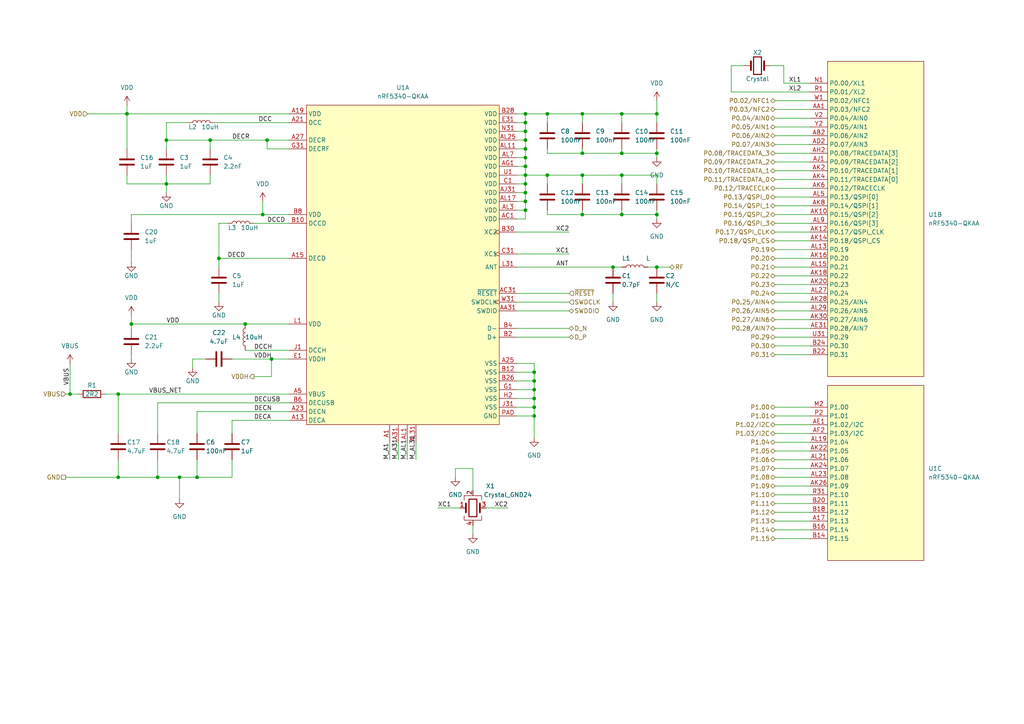
<source format=kicad_sch>
(kicad_sch (version 20211123) (generator eeschema)

  (uuid 1c3627c6-e2e2-424e-991e-1e414cda807b)

  (paper "A4")

  (lib_symbols
    (symbol "Device:C" (pin_numbers hide) (pin_names (offset 0.254)) (in_bom yes) (on_board yes)
      (property "Reference" "C" (id 0) (at 0.635 2.54 0)
        (effects (font (size 1.27 1.27)) (justify left))
      )
      (property "Value" "C" (id 1) (at 0.635 -2.54 0)
        (effects (font (size 1.27 1.27)) (justify left))
      )
      (property "Footprint" "" (id 2) (at 0.9652 -3.81 0)
        (effects (font (size 1.27 1.27)) hide)
      )
      (property "Datasheet" "~" (id 3) (at 0 0 0)
        (effects (font (size 1.27 1.27)) hide)
      )
      (property "ki_keywords" "cap capacitor" (id 4) (at 0 0 0)
        (effects (font (size 1.27 1.27)) hide)
      )
      (property "ki_description" "Unpolarized capacitor" (id 5) (at 0 0 0)
        (effects (font (size 1.27 1.27)) hide)
      )
      (property "ki_fp_filters" "C_*" (id 6) (at 0 0 0)
        (effects (font (size 1.27 1.27)) hide)
      )
      (symbol "C_0_1"
        (polyline
          (pts
            (xy -2.032 -0.762)
            (xy 2.032 -0.762)
          )
          (stroke (width 0.508) (type default) (color 0 0 0 0))
          (fill (type none))
        )
        (polyline
          (pts
            (xy -2.032 0.762)
            (xy 2.032 0.762)
          )
          (stroke (width 0.508) (type default) (color 0 0 0 0))
          (fill (type none))
        )
      )
      (symbol "C_1_1"
        (pin passive line (at 0 3.81 270) (length 2.794)
          (name "~" (effects (font (size 1.27 1.27))))
          (number "1" (effects (font (size 1.27 1.27))))
        )
        (pin passive line (at 0 -3.81 90) (length 2.794)
          (name "~" (effects (font (size 1.27 1.27))))
          (number "2" (effects (font (size 1.27 1.27))))
        )
      )
    )
    (symbol "Device:Crystal" (pin_numbers hide) (pin_names (offset 1.016) hide) (in_bom yes) (on_board yes)
      (property "Reference" "Y" (id 0) (at 0 3.81 0)
        (effects (font (size 1.27 1.27)))
      )
      (property "Value" "Crystal" (id 1) (at 0 -3.81 0)
        (effects (font (size 1.27 1.27)))
      )
      (property "Footprint" "" (id 2) (at 0 0 0)
        (effects (font (size 1.27 1.27)) hide)
      )
      (property "Datasheet" "~" (id 3) (at 0 0 0)
        (effects (font (size 1.27 1.27)) hide)
      )
      (property "ki_keywords" "quartz ceramic resonator oscillator" (id 4) (at 0 0 0)
        (effects (font (size 1.27 1.27)) hide)
      )
      (property "ki_description" "Two pin crystal" (id 5) (at 0 0 0)
        (effects (font (size 1.27 1.27)) hide)
      )
      (property "ki_fp_filters" "Crystal*" (id 6) (at 0 0 0)
        (effects (font (size 1.27 1.27)) hide)
      )
      (symbol "Crystal_0_1"
        (rectangle (start -1.143 2.54) (end 1.143 -2.54)
          (stroke (width 0.3048) (type default) (color 0 0 0 0))
          (fill (type none))
        )
        (polyline
          (pts
            (xy -2.54 0)
            (xy -1.905 0)
          )
          (stroke (width 0) (type default) (color 0 0 0 0))
          (fill (type none))
        )
        (polyline
          (pts
            (xy -1.905 -1.27)
            (xy -1.905 1.27)
          )
          (stroke (width 0.508) (type default) (color 0 0 0 0))
          (fill (type none))
        )
        (polyline
          (pts
            (xy 1.905 -1.27)
            (xy 1.905 1.27)
          )
          (stroke (width 0.508) (type default) (color 0 0 0 0))
          (fill (type none))
        )
        (polyline
          (pts
            (xy 2.54 0)
            (xy 1.905 0)
          )
          (stroke (width 0) (type default) (color 0 0 0 0))
          (fill (type none))
        )
      )
      (symbol "Crystal_1_1"
        (pin passive line (at -3.81 0 0) (length 1.27)
          (name "1" (effects (font (size 1.27 1.27))))
          (number "1" (effects (font (size 1.27 1.27))))
        )
        (pin passive line (at 3.81 0 180) (length 1.27)
          (name "2" (effects (font (size 1.27 1.27))))
          (number "2" (effects (font (size 1.27 1.27))))
        )
      )
    )
    (symbol "Device:Crystal_GND24" (pin_names (offset 1.016) hide) (in_bom yes) (on_board yes)
      (property "Reference" "Y" (id 0) (at 3.175 5.08 0)
        (effects (font (size 1.27 1.27)) (justify left))
      )
      (property "Value" "Crystal_GND24" (id 1) (at 3.175 3.175 0)
        (effects (font (size 1.27 1.27)) (justify left))
      )
      (property "Footprint" "" (id 2) (at 0 0 0)
        (effects (font (size 1.27 1.27)) hide)
      )
      (property "Datasheet" "~" (id 3) (at 0 0 0)
        (effects (font (size 1.27 1.27)) hide)
      )
      (property "ki_keywords" "quartz ceramic resonator oscillator" (id 4) (at 0 0 0)
        (effects (font (size 1.27 1.27)) hide)
      )
      (property "ki_description" "Four pin crystal, GND on pins 2 and 4" (id 5) (at 0 0 0)
        (effects (font (size 1.27 1.27)) hide)
      )
      (property "ki_fp_filters" "Crystal*" (id 6) (at 0 0 0)
        (effects (font (size 1.27 1.27)) hide)
      )
      (symbol "Crystal_GND24_0_1"
        (rectangle (start -1.143 2.54) (end 1.143 -2.54)
          (stroke (width 0.3048) (type default) (color 0 0 0 0))
          (fill (type none))
        )
        (polyline
          (pts
            (xy -2.54 0)
            (xy -2.032 0)
          )
          (stroke (width 0) (type default) (color 0 0 0 0))
          (fill (type none))
        )
        (polyline
          (pts
            (xy -2.032 -1.27)
            (xy -2.032 1.27)
          )
          (stroke (width 0.508) (type default) (color 0 0 0 0))
          (fill (type none))
        )
        (polyline
          (pts
            (xy 0 -3.81)
            (xy 0 -3.556)
          )
          (stroke (width 0) (type default) (color 0 0 0 0))
          (fill (type none))
        )
        (polyline
          (pts
            (xy 0 3.556)
            (xy 0 3.81)
          )
          (stroke (width 0) (type default) (color 0 0 0 0))
          (fill (type none))
        )
        (polyline
          (pts
            (xy 2.032 -1.27)
            (xy 2.032 1.27)
          )
          (stroke (width 0.508) (type default) (color 0 0 0 0))
          (fill (type none))
        )
        (polyline
          (pts
            (xy 2.032 0)
            (xy 2.54 0)
          )
          (stroke (width 0) (type default) (color 0 0 0 0))
          (fill (type none))
        )
        (polyline
          (pts
            (xy -2.54 -2.286)
            (xy -2.54 -3.556)
            (xy 2.54 -3.556)
            (xy 2.54 -2.286)
          )
          (stroke (width 0) (type default) (color 0 0 0 0))
          (fill (type none))
        )
        (polyline
          (pts
            (xy -2.54 2.286)
            (xy -2.54 3.556)
            (xy 2.54 3.556)
            (xy 2.54 2.286)
          )
          (stroke (width 0) (type default) (color 0 0 0 0))
          (fill (type none))
        )
      )
      (symbol "Crystal_GND24_1_1"
        (pin passive line (at -3.81 0 0) (length 1.27)
          (name "1" (effects (font (size 1.27 1.27))))
          (number "1" (effects (font (size 1.27 1.27))))
        )
        (pin passive line (at 0 5.08 270) (length 1.27)
          (name "2" (effects (font (size 1.27 1.27))))
          (number "2" (effects (font (size 1.27 1.27))))
        )
        (pin passive line (at 3.81 0 180) (length 1.27)
          (name "3" (effects (font (size 1.27 1.27))))
          (number "3" (effects (font (size 1.27 1.27))))
        )
        (pin passive line (at 0 -5.08 90) (length 1.27)
          (name "4" (effects (font (size 1.27 1.27))))
          (number "4" (effects (font (size 1.27 1.27))))
        )
      )
    )
    (symbol "Device:L" (pin_numbers hide) (pin_names (offset 1.016) hide) (in_bom yes) (on_board yes)
      (property "Reference" "L" (id 0) (at -1.27 0 90)
        (effects (font (size 1.27 1.27)))
      )
      (property "Value" "L" (id 1) (at 1.905 0 90)
        (effects (font (size 1.27 1.27)))
      )
      (property "Footprint" "" (id 2) (at 0 0 0)
        (effects (font (size 1.27 1.27)) hide)
      )
      (property "Datasheet" "~" (id 3) (at 0 0 0)
        (effects (font (size 1.27 1.27)) hide)
      )
      (property "ki_keywords" "inductor choke coil reactor magnetic" (id 4) (at 0 0 0)
        (effects (font (size 1.27 1.27)) hide)
      )
      (property "ki_description" "Inductor" (id 5) (at 0 0 0)
        (effects (font (size 1.27 1.27)) hide)
      )
      (property "ki_fp_filters" "Choke_* *Coil* Inductor_* L_*" (id 6) (at 0 0 0)
        (effects (font (size 1.27 1.27)) hide)
      )
      (symbol "L_0_1"
        (arc (start 0 -2.54) (mid 0.635 -1.905) (end 0 -1.27)
          (stroke (width 0) (type default) (color 0 0 0 0))
          (fill (type none))
        )
        (arc (start 0 -1.27) (mid 0.635 -0.635) (end 0 0)
          (stroke (width 0) (type default) (color 0 0 0 0))
          (fill (type none))
        )
        (arc (start 0 0) (mid 0.635 0.635) (end 0 1.27)
          (stroke (width 0) (type default) (color 0 0 0 0))
          (fill (type none))
        )
        (arc (start 0 1.27) (mid 0.635 1.905) (end 0 2.54)
          (stroke (width 0) (type default) (color 0 0 0 0))
          (fill (type none))
        )
      )
      (symbol "L_1_1"
        (pin passive line (at 0 3.81 270) (length 1.27)
          (name "1" (effects (font (size 1.27 1.27))))
          (number "1" (effects (font (size 1.27 1.27))))
        )
        (pin passive line (at 0 -3.81 90) (length 1.27)
          (name "2" (effects (font (size 1.27 1.27))))
          (number "2" (effects (font (size 1.27 1.27))))
        )
      )
    )
    (symbol "Device:R" (pin_numbers hide) (pin_names (offset 0)) (in_bom yes) (on_board yes)
      (property "Reference" "R" (id 0) (at 2.032 0 90)
        (effects (font (size 1.27 1.27)))
      )
      (property "Value" "R" (id 1) (at 0 0 90)
        (effects (font (size 1.27 1.27)))
      )
      (property "Footprint" "" (id 2) (at -1.778 0 90)
        (effects (font (size 1.27 1.27)) hide)
      )
      (property "Datasheet" "~" (id 3) (at 0 0 0)
        (effects (font (size 1.27 1.27)) hide)
      )
      (property "ki_keywords" "R res resistor" (id 4) (at 0 0 0)
        (effects (font (size 1.27 1.27)) hide)
      )
      (property "ki_description" "Resistor" (id 5) (at 0 0 0)
        (effects (font (size 1.27 1.27)) hide)
      )
      (property "ki_fp_filters" "R_*" (id 6) (at 0 0 0)
        (effects (font (size 1.27 1.27)) hide)
      )
      (symbol "R_0_1"
        (rectangle (start -1.016 -2.54) (end 1.016 2.54)
          (stroke (width 0.254) (type default) (color 0 0 0 0))
          (fill (type none))
        )
      )
      (symbol "R_1_1"
        (pin passive line (at 0 3.81 270) (length 1.27)
          (name "~" (effects (font (size 1.27 1.27))))
          (number "1" (effects (font (size 1.27 1.27))))
        )
        (pin passive line (at 0 -3.81 90) (length 1.27)
          (name "~" (effects (font (size 1.27 1.27))))
          (number "2" (effects (font (size 1.27 1.27))))
        )
      )
    )
    (symbol "MCU_Nordic_Robb:nRF5340-QKAA" (in_bom yes) (on_board yes)
      (property "Reference" "U" (id 0) (at 0 60.96 0)
        (effects (font (size 1.27 1.27)))
      )
      (property "Value" "nRF5340-QKAA" (id 1) (at 0 58.42 0)
        (effects (font (size 1.27 1.27)))
      )
      (property "Footprint" "Package_DFN_QFN:Nordic_AQFN-94-1EP_7x7mm_P0.5mm" (id 2) (at 0 11.43 90)
        (effects (font (size 1.27 1.27)) hide)
      )
      (property "Datasheet" "http://infocenter.nordicsemi.com/topic/com.nordic.infocenter.nrf52/dita/nrf52/chips/nrf52840.html" (id 3) (at -1.27 64.77 0)
        (effects (font (size 1.27 1.27)) hide)
      )
      (property "ki_locked" "" (id 4) (at 0 0 0)
        (effects (font (size 1.27 1.27)))
      )
      (property "ki_keywords" "MCU, ARM, BLE, ANT, 2.4GHz, 802.15.4" (id 5) (at 0 0 0)
        (effects (font (size 1.27 1.27)) hide)
      )
      (property "ki_description" "Multiprotocol BLE/ANT/2.4 GHz/802.15.4 Dual Cortex-M33 SoC, AQFN-73" (id 6) (at 0 0 0)
        (effects (font (size 1.27 1.27)) hide)
      )
      (property "ki_fp_filters" "Nordic*AQFN*1EP*7x7mm*P0.5mm*" (id 7) (at 0 0 0)
        (effects (font (size 1.27 1.27)) hide)
      )
      (symbol "nRF5340-QKAA_1_1"
        (rectangle (start 27.94 57.15) (end -27.94 -35.56)
          (stroke (width 0) (type default) (color 0 0 0 0))
          (fill (type background))
        )
        (pin passive line (at -33.02 -34.29 0) (length 5.08)
          (name "DECA" (effects (font (size 1.27 1.27))))
          (number "A13" (effects (font (size 1.27 1.27))))
        )
        (pin passive line (at -33.02 12.7 0) (length 5.08)
          (name "DECD" (effects (font (size 1.27 1.27))))
          (number "A15" (effects (font (size 1.27 1.27))))
        )
        (pin power_in line (at -33.02 54.61 0) (length 5.08)
          (name "VDD" (effects (font (size 1.27 1.27))))
          (number "A19" (effects (font (size 1.27 1.27))))
        )
        (pin power_out line (at -33.02 52.07 0) (length 5.08)
          (name "DCCD" (effects (font (size 1.27 1.27))))
          (number "A21" (effects (font (size 1.27 1.27))))
        )
        (pin passive line (at -33.02 -31.75 0) (length 5.08)
          (name "DECN" (effects (font (size 1.27 1.27))))
          (number "A23" (effects (font (size 1.27 1.27))))
        )
        (pin power_in line (at 33.02 -17.78 180) (length 5.08)
          (name "VSS" (effects (font (size 1.27 1.27))))
          (number "A25" (effects (font (size 1.27 1.27))))
        )
        (pin passive line (at -33.02 46.99 0) (length 5.08)
          (name "DECR" (effects (font (size 1.27 1.27))))
          (number "A27" (effects (font (size 1.27 1.27))))
        )
        (pin power_in line (at -33.02 -26.67 0) (length 5.08)
          (name "VBUS" (effects (font (size 1.27 1.27))))
          (number "A5" (effects (font (size 1.27 1.27))))
        )
        (pin bidirectional line (at 33.02 -2.54 180) (length 5.08)
          (name "SWDIO" (effects (font (size 1.27 1.27))))
          (number "AA31" (effects (font (size 1.27 1.27))))
        )
        (pin power_in line (at 33.02 24.13 180) (length 5.08)
          (name "VDD" (effects (font (size 1.27 1.27))))
          (number "AC1" (effects (font (size 1.27 1.27))))
        )
        (pin input line (at 33.02 2.54 180) (length 5.08)
          (name "~{RESET}" (effects (font (size 1.27 1.27))))
          (number "AC31" (effects (font (size 1.27 1.27))))
        )
        (pin power_in line (at 33.02 39.37 180) (length 5.08)
          (name "VDD" (effects (font (size 1.27 1.27))))
          (number "AG1" (effects (font (size 1.27 1.27))))
        )
        (pin power_in line (at 33.02 31.75 180) (length 5.08)
          (name "VDD" (effects (font (size 1.27 1.27))))
          (number "AJ31" (effects (font (size 1.27 1.27))))
        )
        (pin power_in line (at 33.02 44.45 180) (length 5.08)
          (name "VDD" (effects (font (size 1.27 1.27))))
          (number "AL11" (effects (font (size 1.27 1.27))))
        )
        (pin power_in line (at 33.02 29.21 180) (length 5.08)
          (name "VDD" (effects (font (size 1.27 1.27))))
          (number "AL17" (effects (font (size 1.27 1.27))))
        )
        (pin power_in line (at 33.02 46.99 180) (length 5.08)
          (name "VDD" (effects (font (size 1.27 1.27))))
          (number "AL25" (effects (font (size 1.27 1.27))))
        )
        (pin power_in line (at 33.02 26.67 180) (length 5.08)
          (name "VDD" (effects (font (size 1.27 1.27))))
          (number "AL3" (effects (font (size 1.27 1.27))))
        )
        (pin power_in line (at 33.02 41.91 180) (length 5.08)
          (name "VDD" (effects (font (size 1.27 1.27))))
          (number "AL7" (effects (font (size 1.27 1.27))))
        )
        (pin power_out line (at -33.02 22.86 0) (length 5.08)
          (name "DCCD" (effects (font (size 1.27 1.27))))
          (number "B10" (effects (font (size 1.27 1.27))))
        )
        (pin power_in line (at 33.02 -20.32 180) (length 5.08)
          (name "VSS" (effects (font (size 1.27 1.27))))
          (number "B12" (effects (font (size 1.27 1.27))))
        )
        (pin bidirectional line (at 33.02 -10.16 180) (length 5.08)
          (name "D+" (effects (font (size 1.27 1.27))))
          (number "B2" (effects (font (size 1.27 1.27))))
        )
        (pin power_in line (at 33.02 -22.86 180) (length 5.08)
          (name "VSS" (effects (font (size 1.27 1.27))))
          (number "B26" (effects (font (size 1.27 1.27))))
        )
        (pin power_in line (at 33.02 54.61 180) (length 5.08)
          (name "VDD" (effects (font (size 1.27 1.27))))
          (number "B28" (effects (font (size 1.27 1.27))))
        )
        (pin input clock (at 33.02 20.32 180) (length 5.08)
          (name "XC2" (effects (font (size 1.27 1.27))))
          (number "B30" (effects (font (size 1.27 1.27))))
        )
        (pin bidirectional line (at 33.02 -7.62 180) (length 5.08)
          (name "D-" (effects (font (size 1.27 1.27))))
          (number "B4" (effects (font (size 1.27 1.27))))
        )
        (pin passive line (at -33.02 -29.21 0) (length 5.08)
          (name "DECUSB" (effects (font (size 1.27 1.27))))
          (number "B6" (effects (font (size 1.27 1.27))))
        )
        (pin power_in line (at -33.02 25.4 0) (length 5.08)
          (name "VDD" (effects (font (size 1.27 1.27))))
          (number "B8" (effects (font (size 1.27 1.27))))
        )
        (pin power_in line (at 33.02 34.29 180) (length 5.08)
          (name "VDD" (effects (font (size 1.27 1.27))))
          (number "C1" (effects (font (size 1.27 1.27))))
        )
        (pin input clock (at 33.02 13.97 180) (length 5.08)
          (name "XC1" (effects (font (size 1.27 1.27))))
          (number "C31" (effects (font (size 1.27 1.27))))
        )
        (pin power_in line (at 33.02 -33.02 180) (length 5.08)
          (name "GND" (effects (font (size 1.27 1.27))))
          (number "DIEPAD" (effects (font (size 1.27 1.27))))
        )
        (pin power_in line (at 33.02 -15.24 180) (length 5.08)
          (name "GND" (effects (font (size 1.27 1.27))))
          (number "DP" (effects (font (size 1.27 1.27))))
        )
        (pin power_in line (at -33.02 -16.51 0) (length 5.08)
          (name "VDDH" (effects (font (size 1.27 1.27))))
          (number "E1" (effects (font (size 1.27 1.27))))
        )
        (pin power_in line (at 33.02 52.07 180) (length 5.08)
          (name "VDD" (effects (font (size 1.27 1.27))))
          (number "E31" (effects (font (size 1.27 1.27))))
        )
        (pin power_in line (at 33.02 -25.4 180) (length 5.08)
          (name "VSS" (effects (font (size 1.27 1.27))))
          (number "G1" (effects (font (size 1.27 1.27))))
        )
        (pin passive line (at -33.02 44.45 0) (length 5.08)
          (name "DECRF" (effects (font (size 1.27 1.27))))
          (number "G31" (effects (font (size 1.27 1.27))))
        )
        (pin power_in line (at 33.02 -27.94 180) (length 5.08)
          (name "VSS" (effects (font (size 1.27 1.27))))
          (number "H2" (effects (font (size 1.27 1.27))))
        )
        (pin power_out line (at -33.02 -13.97 0) (length 5.08)
          (name "DCCH" (effects (font (size 1.27 1.27))))
          (number "J1" (effects (font (size 1.27 1.27))))
        )
        (pin power_in line (at 33.02 -30.48 180) (length 5.08)
          (name "VSS" (effects (font (size 1.27 1.27))))
          (number "J31" (effects (font (size 1.27 1.27))))
        )
        (pin power_in line (at -33.02 -6.35 0) (length 5.08)
          (name "VDD" (effects (font (size 1.27 1.27))))
          (number "L1" (effects (font (size 1.27 1.27))))
        )
        (pin passive line (at 33.02 10.16 180) (length 5.08)
          (name "ANT" (effects (font (size 1.27 1.27))))
          (number "L31" (effects (font (size 1.27 1.27))))
        )
        (pin power_in line (at 33.02 49.53 180) (length 5.08)
          (name "VDD" (effects (font (size 1.27 1.27))))
          (number "N31" (effects (font (size 1.27 1.27))))
        )
        (pin power_in line (at 33.02 36.83 180) (length 5.08)
          (name "VDD" (effects (font (size 1.27 1.27))))
          (number "U1" (effects (font (size 1.27 1.27))))
        )
        (pin input clock (at 33.02 0 180) (length 5.08)
          (name "SWDCLK" (effects (font (size 1.27 1.27))))
          (number "W31" (effects (font (size 1.27 1.27))))
        )
      )
      (symbol "nRF5340-QKAA_2_1"
        (rectangle (start -27.94 57.15) (end 0 -34.29)
          (stroke (width 0) (type default) (color 0 0 0 0))
          (fill (type background))
        )
        (pin bidirectional line (at -33.02 43.18 0) (length 5.08)
          (name "P0.03/NFC2" (effects (font (size 1.27 1.27))))
          (number "AA1" (effects (font (size 1.27 1.27))))
        )
        (pin bidirectional line (at -33.02 35.56 0) (length 5.08)
          (name "P0.06/AIN2" (effects (font (size 1.27 1.27))))
          (number "AB2" (effects (font (size 1.27 1.27))))
        )
        (pin bidirectional line (at -33.02 33.02 0) (length 5.08)
          (name "P0.07/AIN3" (effects (font (size 1.27 1.27))))
          (number "AD2" (effects (font (size 1.27 1.27))))
        )
        (pin bidirectional line (at -33.02 -20.32 0) (length 5.08)
          (name "P0.28/AIN7" (effects (font (size 1.27 1.27))))
          (number "AE31" (effects (font (size 1.27 1.27))))
        )
        (pin bidirectional line (at -33.02 30.48 0) (length 5.08)
          (name "P0.08/TRACEDATA[3]" (effects (font (size 1.27 1.27))))
          (number "AH2" (effects (font (size 1.27 1.27))))
        )
        (pin bidirectional line (at -33.02 27.94 0) (length 5.08)
          (name "P0.09/TRACEDATA[2]" (effects (font (size 1.27 1.27))))
          (number "AJ1" (effects (font (size 1.27 1.27))))
        )
        (pin bidirectional line (at -33.02 12.7 0) (length 5.08)
          (name "P0.15/QSPI[2]" (effects (font (size 1.27 1.27))))
          (number "AK10" (effects (font (size 1.27 1.27))))
        )
        (pin bidirectional line (at -33.02 7.62 0) (length 5.08)
          (name "P0.17/QSPI_CLK" (effects (font (size 1.27 1.27))))
          (number "AK12" (effects (font (size 1.27 1.27))))
        )
        (pin bidirectional line (at -33.02 5.08 0) (length 5.08)
          (name "P0.18/QSPI_CS" (effects (font (size 1.27 1.27))))
          (number "AK14" (effects (font (size 1.27 1.27))))
        )
        (pin bidirectional line (at -33.02 0 0) (length 5.08)
          (name "P0.20" (effects (font (size 1.27 1.27))))
          (number "AK16" (effects (font (size 1.27 1.27))))
        )
        (pin bidirectional line (at -33.02 -5.08 0) (length 5.08)
          (name "P0.22" (effects (font (size 1.27 1.27))))
          (number "AK18" (effects (font (size 1.27 1.27))))
        )
        (pin bidirectional line (at -33.02 25.4 0) (length 5.08)
          (name "P0.10/TRACEDATA[1]" (effects (font (size 1.27 1.27))))
          (number "AK2" (effects (font (size 1.27 1.27))))
        )
        (pin bidirectional line (at -33.02 -7.62 0) (length 5.08)
          (name "P0.23" (effects (font (size 1.27 1.27))))
          (number "AK20" (effects (font (size 1.27 1.27))))
        )
        (pin bidirectional line (at -33.02 -12.7 0) (length 5.08)
          (name "P0.25/AIN4" (effects (font (size 1.27 1.27))))
          (number "AK28" (effects (font (size 1.27 1.27))))
        )
        (pin bidirectional line (at -33.02 -17.78 0) (length 5.08)
          (name "P0.27/AIN6" (effects (font (size 1.27 1.27))))
          (number "AK30" (effects (font (size 1.27 1.27))))
        )
        (pin bidirectional line (at -33.02 22.86 0) (length 5.08)
          (name "P0.11/TRACEDATA[0]" (effects (font (size 1.27 1.27))))
          (number "AK4" (effects (font (size 1.27 1.27))))
        )
        (pin bidirectional line (at -33.02 20.32 0) (length 5.08)
          (name "P0.12/TRACECLK" (effects (font (size 1.27 1.27))))
          (number "AK6" (effects (font (size 1.27 1.27))))
        )
        (pin bidirectional line (at -33.02 15.24 0) (length 5.08)
          (name "P0.14/QSPI[1]" (effects (font (size 1.27 1.27))))
          (number "AK8" (effects (font (size 1.27 1.27))))
        )
        (pin bidirectional line (at -33.02 2.54 0) (length 5.08)
          (name "P0.19" (effects (font (size 1.27 1.27))))
          (number "AL13" (effects (font (size 1.27 1.27))))
        )
        (pin bidirectional line (at -33.02 -2.54 0) (length 5.08)
          (name "P0.21" (effects (font (size 1.27 1.27))))
          (number "AL15" (effects (font (size 1.27 1.27))))
        )
        (pin bidirectional line (at -33.02 -10.16 0) (length 5.08)
          (name "P0.24" (effects (font (size 1.27 1.27))))
          (number "AL27" (effects (font (size 1.27 1.27))))
        )
        (pin bidirectional line (at -33.02 -15.24 0) (length 5.08)
          (name "P0.26/AIN5" (effects (font (size 1.27 1.27))))
          (number "AL29" (effects (font (size 1.27 1.27))))
        )
        (pin bidirectional line (at -33.02 17.78 0) (length 5.08)
          (name "P0.13/QSPI[0]" (effects (font (size 1.27 1.27))))
          (number "AL5" (effects (font (size 1.27 1.27))))
        )
        (pin bidirectional line (at -33.02 10.16 0) (length 5.08)
          (name "P0.16/QSPI[3]" (effects (font (size 1.27 1.27))))
          (number "AL9" (effects (font (size 1.27 1.27))))
        )
        (pin bidirectional line (at -33.02 -27.94 0) (length 5.08)
          (name "P0.31" (effects (font (size 1.27 1.27))))
          (number "B22" (effects (font (size 1.27 1.27))))
        )
        (pin bidirectional line (at -33.02 -25.4 0) (length 5.08)
          (name "P0.30" (effects (font (size 1.27 1.27))))
          (number "B24" (effects (font (size 1.27 1.27))))
        )
        (pin bidirectional line (at -33.02 50.8 0) (length 5.08)
          (name "P0.00/XL1" (effects (font (size 1.27 1.27))))
          (number "N1" (effects (font (size 1.27 1.27))))
        )
        (pin bidirectional line (at -33.02 48.26 0) (length 5.08)
          (name "P0.01/XL2" (effects (font (size 1.27 1.27))))
          (number "R1" (effects (font (size 1.27 1.27))))
        )
        (pin bidirectional line (at -33.02 -22.86 0) (length 5.08)
          (name "P0.29" (effects (font (size 1.27 1.27))))
          (number "U31" (effects (font (size 1.27 1.27))))
        )
        (pin bidirectional line (at -33.02 40.64 0) (length 5.08)
          (name "P0.04/AIN0" (effects (font (size 1.27 1.27))))
          (number "V2" (effects (font (size 1.27 1.27))))
        )
        (pin bidirectional line (at -33.02 45.72 0) (length 5.08)
          (name "P0.02/NFC1" (effects (font (size 1.27 1.27))))
          (number "W1" (effects (font (size 1.27 1.27))))
        )
        (pin bidirectional line (at -33.02 38.1 0) (length 5.08)
          (name "P0.05/AIN1" (effects (font (size 1.27 1.27))))
          (number "Y2" (effects (font (size 1.27 1.27))))
        )
      )
      (symbol "nRF5340-QKAA_3_1"
        (rectangle (start -27.94 57.15) (end 0 6.35)
          (stroke (width 0) (type default) (color 0 0 0 0))
          (fill (type background))
        )
        (pin bidirectional line (at -33.02 17.78 0) (length 5.08)
          (name "P1.13" (effects (font (size 1.27 1.27))))
          (number "A17" (effects (font (size 1.27 1.27))))
        )
        (pin bidirectional line (at -33.02 45.72 0) (length 5.08)
          (name "P1.02/I2C" (effects (font (size 1.27 1.27))))
          (number "AE1" (effects (font (size 1.27 1.27))))
        )
        (pin bidirectional line (at -33.02 43.18 0) (length 5.08)
          (name "P1.03/I2C" (effects (font (size 1.27 1.27))))
          (number "AF2" (effects (font (size 1.27 1.27))))
        )
        (pin bidirectional line (at -33.02 38.1 0) (length 5.08)
          (name "P1.05" (effects (font (size 1.27 1.27))))
          (number "AK22" (effects (font (size 1.27 1.27))))
        )
        (pin bidirectional line (at -33.02 33.02 0) (length 5.08)
          (name "P1.07" (effects (font (size 1.27 1.27))))
          (number "AK24" (effects (font (size 1.27 1.27))))
        )
        (pin bidirectional line (at -33.02 27.94 0) (length 5.08)
          (name "P1.09" (effects (font (size 1.27 1.27))))
          (number "AK26" (effects (font (size 1.27 1.27))))
        )
        (pin bidirectional line (at -33.02 40.64 0) (length 5.08)
          (name "P1.04" (effects (font (size 1.27 1.27))))
          (number "AL19" (effects (font (size 1.27 1.27))))
        )
        (pin bidirectional line (at -33.02 35.56 0) (length 5.08)
          (name "P1.06" (effects (font (size 1.27 1.27))))
          (number "AL21" (effects (font (size 1.27 1.27))))
        )
        (pin bidirectional line (at -33.02 30.48 0) (length 5.08)
          (name "P1.08" (effects (font (size 1.27 1.27))))
          (number "AL23" (effects (font (size 1.27 1.27))))
        )
        (pin bidirectional line (at -33.02 12.7 0) (length 5.08)
          (name "P1.15" (effects (font (size 1.27 1.27))))
          (number "B14" (effects (font (size 1.27 1.27))))
        )
        (pin bidirectional line (at -33.02 15.24 0) (length 5.08)
          (name "P1.14" (effects (font (size 1.27 1.27))))
          (number "B16" (effects (font (size 1.27 1.27))))
        )
        (pin bidirectional line (at -33.02 20.32 0) (length 5.08)
          (name "P1.12" (effects (font (size 1.27 1.27))))
          (number "B18" (effects (font (size 1.27 1.27))))
        )
        (pin bidirectional line (at -33.02 22.86 0) (length 5.08)
          (name "P1.11" (effects (font (size 1.27 1.27))))
          (number "B20" (effects (font (size 1.27 1.27))))
        )
        (pin bidirectional line (at -33.02 50.8 0) (length 5.08)
          (name "P1.00" (effects (font (size 1.27 1.27))))
          (number "M2" (effects (font (size 1.27 1.27))))
        )
        (pin bidirectional line (at -33.02 48.26 0) (length 5.08)
          (name "P1.01" (effects (font (size 1.27 1.27))))
          (number "P2" (effects (font (size 1.27 1.27))))
        )
        (pin bidirectional line (at -33.02 25.4 0) (length 5.08)
          (name "P1.10" (effects (font (size 1.27 1.27))))
          (number "R31" (effects (font (size 1.27 1.27))))
        )
      )
    )
    (symbol "nRF5340-QKAA_1" (in_bom yes) (on_board yes)
      (property "Reference" "U" (id 0) (at 0 60.96 0)
        (effects (font (size 1.27 1.27)))
      )
      (property "Value" "nRF5340-QKAA_1" (id 1) (at 0 58.42 0)
        (effects (font (size 1.27 1.27)))
      )
      (property "Footprint" "MCU_Nordic_Robb:Nordic-AQFN-1EP_7x7mm_P0.4mm" (id 2) (at 0 11.43 90)
        (effects (font (size 1.27 1.27)) hide)
      )
      (property "Datasheet" "https://infocenter.nordicsemi.com/topic/struct_nrf53/struct/nrf5340.html" (id 3) (at 2.54 12.7 90)
        (effects (font (size 1.27 1.27)))
      )
      (property "ki_locked" "" (id 4) (at 0 0 0)
        (effects (font (size 1.27 1.27)))
      )
      (property "ki_keywords" "MCU, ARM, BLE, ANT, 2.4GHz, 802.15.4" (id 5) (at 0 0 0)
        (effects (font (size 1.27 1.27)) hide)
      )
      (property "ki_description" "Multiprotocol BLE/ANT/2.4 GHz/802.15.4 Dual Cortex-M33 SoC, AQFN-73" (id 6) (at 0 0 0)
        (effects (font (size 1.27 1.27)) hide)
      )
      (property "ki_fp_filters" "Nordic*AQFN*1EP*7x7mm*P0.5mm*" (id 7) (at 0 0 0)
        (effects (font (size 1.27 1.27)) hide)
      )
      (symbol "nRF5340-QKAA_1_1_1"
        (rectangle (start 27.94 57.15) (end -27.94 -35.56)
          (stroke (width 0) (type default) (color 0 0 0 0))
          (fill (type background))
        )
        (pin passive line (at -3.81 -40.64 90) (length 5.08)
          (name "" (effects (font (size 1.27 1.27))))
          (number "A1" (effects (font (size 1.27 1.27))))
        )
        (pin passive line (at -33.02 -34.29 0) (length 5.08)
          (name "DECA" (effects (font (size 1.27 1.27))))
          (number "A13" (effects (font (size 1.27 1.27))))
        )
        (pin passive line (at -33.02 12.7 0) (length 5.08)
          (name "DECD" (effects (font (size 1.27 1.27))))
          (number "A15" (effects (font (size 1.27 1.27))))
        )
        (pin power_in line (at -33.02 54.61 0) (length 5.08)
          (name "VDD" (effects (font (size 1.27 1.27))))
          (number "A19" (effects (font (size 1.27 1.27))))
        )
        (pin power_out line (at -33.02 52.07 0) (length 5.08)
          (name "DCC" (effects (font (size 1.27 1.27))))
          (number "A21" (effects (font (size 1.27 1.27))))
        )
        (pin passive line (at -33.02 -31.75 0) (length 5.08)
          (name "DECN" (effects (font (size 1.27 1.27))))
          (number "A23" (effects (font (size 1.27 1.27))))
        )
        (pin power_in line (at 33.02 -17.78 180) (length 5.08)
          (name "VSS" (effects (font (size 1.27 1.27))))
          (number "A25" (effects (font (size 1.27 1.27))))
        )
        (pin passive line (at -33.02 46.99 0) (length 5.08)
          (name "DECR" (effects (font (size 1.27 1.27))))
          (number "A27" (effects (font (size 1.27 1.27))))
        )
        (pin passive line (at -1.27 -40.64 90) (length 5.08)
          (name "" (effects (font (size 1.27 1.27))))
          (number "A31" (effects (font (size 1.27 1.27))))
        )
        (pin power_in line (at -33.02 -26.67 0) (length 5.08)
          (name "VBUS" (effects (font (size 1.27 1.27))))
          (number "A5" (effects (font (size 1.27 1.27))))
        )
        (pin bidirectional line (at 33.02 -2.54 180) (length 5.08)
          (name "SWDIO" (effects (font (size 1.27 1.27))))
          (number "AA31" (effects (font (size 1.27 1.27))))
        )
        (pin power_in line (at 33.02 24.13 180) (length 5.08)
          (name "VDD" (effects (font (size 1.27 1.27))))
          (number "AC1" (effects (font (size 1.27 1.27))))
        )
        (pin input line (at 33.02 2.54 180) (length 5.08)
          (name "~{RESET}" (effects (font (size 1.27 1.27))))
          (number "AC31" (effects (font (size 1.27 1.27))))
        )
        (pin power_in line (at 33.02 39.37 180) (length 5.08)
          (name "VDD" (effects (font (size 1.27 1.27))))
          (number "AG1" (effects (font (size 1.27 1.27))))
        )
        (pin power_in line (at 33.02 31.75 180) (length 5.08)
          (name "VDD" (effects (font (size 1.27 1.27))))
          (number "AJ31" (effects (font (size 1.27 1.27))))
        )
        (pin passive line (at 1.27 -40.64 90) (length 5.08)
          (name "" (effects (font (size 1.27 1.27))))
          (number "AL1" (effects (font (size 1.27 1.27))))
        )
        (pin power_in line (at 33.02 44.45 180) (length 5.08)
          (name "VDD" (effects (font (size 1.27 1.27))))
          (number "AL11" (effects (font (size 1.27 1.27))))
        )
        (pin power_in line (at 33.02 29.21 180) (length 5.08)
          (name "VDD" (effects (font (size 1.27 1.27))))
          (number "AL17" (effects (font (size 1.27 1.27))))
        )
        (pin power_in line (at 33.02 46.99 180) (length 5.08)
          (name "VDD" (effects (font (size 1.27 1.27))))
          (number "AL25" (effects (font (size 1.27 1.27))))
        )
        (pin power_in line (at 33.02 26.67 180) (length 5.08)
          (name "VDD" (effects (font (size 1.27 1.27))))
          (number "AL3" (effects (font (size 1.27 1.27))))
        )
        (pin passive line (at 3.81 -40.64 90) (length 5.08)
          (name "" (effects (font (size 1.27 1.27))))
          (number "AL31" (effects (font (size 1.27 1.27))))
        )
        (pin power_in line (at 33.02 41.91 180) (length 5.08)
          (name "VDD" (effects (font (size 1.27 1.27))))
          (number "AL7" (effects (font (size 1.27 1.27))))
        )
        (pin power_out line (at -33.02 22.86 0) (length 5.08)
          (name "DCCD" (effects (font (size 1.27 1.27))))
          (number "B10" (effects (font (size 1.27 1.27))))
        )
        (pin power_in line (at 33.02 -20.32 180) (length 5.08)
          (name "VSS" (effects (font (size 1.27 1.27))))
          (number "B12" (effects (font (size 1.27 1.27))))
        )
        (pin bidirectional line (at 33.02 -10.16 180) (length 5.08)
          (name "D+" (effects (font (size 1.27 1.27))))
          (number "B2" (effects (font (size 1.27 1.27))))
        )
        (pin power_in line (at 33.02 -22.86 180) (length 5.08)
          (name "VSS" (effects (font (size 1.27 1.27))))
          (number "B26" (effects (font (size 1.27 1.27))))
        )
        (pin power_in line (at 33.02 54.61 180) (length 5.08)
          (name "VDD" (effects (font (size 1.27 1.27))))
          (number "B28" (effects (font (size 1.27 1.27))))
        )
        (pin input clock (at 33.02 20.32 180) (length 5.08)
          (name "XC2" (effects (font (size 1.27 1.27))))
          (number "B30" (effects (font (size 1.27 1.27))))
        )
        (pin bidirectional line (at 33.02 -7.62 180) (length 5.08)
          (name "D-" (effects (font (size 1.27 1.27))))
          (number "B4" (effects (font (size 1.27 1.27))))
        )
        (pin passive line (at -33.02 -29.21 0) (length 5.08)
          (name "DECUSB" (effects (font (size 1.27 1.27))))
          (number "B6" (effects (font (size 1.27 1.27))))
        )
        (pin power_in line (at -33.02 25.4 0) (length 5.08)
          (name "VDD" (effects (font (size 1.27 1.27))))
          (number "B8" (effects (font (size 1.27 1.27))))
        )
        (pin power_in line (at 33.02 34.29 180) (length 5.08)
          (name "VDD" (effects (font (size 1.27 1.27))))
          (number "C1" (effects (font (size 1.27 1.27))))
        )
        (pin input clock (at 33.02 13.97 180) (length 5.08)
          (name "XC1" (effects (font (size 1.27 1.27))))
          (number "C31" (effects (font (size 1.27 1.27))))
        )
        (pin power_in line (at -33.02 -16.51 0) (length 5.08)
          (name "VDDH" (effects (font (size 1.27 1.27))))
          (number "E1" (effects (font (size 1.27 1.27))))
        )
        (pin power_in line (at 33.02 52.07 180) (length 5.08)
          (name "VDD" (effects (font (size 1.27 1.27))))
          (number "E31" (effects (font (size 1.27 1.27))))
        )
        (pin power_in line (at 33.02 -25.4 180) (length 5.08)
          (name "VSS" (effects (font (size 1.27 1.27))))
          (number "G1" (effects (font (size 1.27 1.27))))
        )
        (pin passive line (at -33.02 44.45 0) (length 5.08)
          (name "DECRF" (effects (font (size 1.27 1.27))))
          (number "G31" (effects (font (size 1.27 1.27))))
        )
        (pin power_in line (at 33.02 -27.94 180) (length 5.08)
          (name "VSS" (effects (font (size 1.27 1.27))))
          (number "H2" (effects (font (size 1.27 1.27))))
        )
        (pin power_out line (at -33.02 -13.97 0) (length 5.08)
          (name "DCCH" (effects (font (size 1.27 1.27))))
          (number "J1" (effects (font (size 1.27 1.27))))
        )
        (pin power_in line (at 33.02 -30.48 180) (length 5.08)
          (name "VSS" (effects (font (size 1.27 1.27))))
          (number "J31" (effects (font (size 1.27 1.27))))
        )
        (pin power_in line (at -33.02 -6.35 0) (length 5.08)
          (name "VDD" (effects (font (size 1.27 1.27))))
          (number "L1" (effects (font (size 1.27 1.27))))
        )
        (pin passive line (at 33.02 10.16 180) (length 5.08)
          (name "ANT" (effects (font (size 1.27 1.27))))
          (number "L31" (effects (font (size 1.27 1.27))))
        )
        (pin power_in line (at 33.02 49.53 180) (length 5.08)
          (name "VDD" (effects (font (size 1.27 1.27))))
          (number "N31" (effects (font (size 1.27 1.27))))
        )
        (pin power_in line (at 33.02 -33.02 180) (length 5.08)
          (name "GND" (effects (font (size 1.27 1.27))))
          (number "PAD" (effects (font (size 1.27 1.27))))
        )
        (pin power_in line (at 33.02 36.83 180) (length 5.08)
          (name "VDD" (effects (font (size 1.27 1.27))))
          (number "U1" (effects (font (size 1.27 1.27))))
        )
        (pin input clock (at 33.02 0 180) (length 5.08)
          (name "SWDCLK" (effects (font (size 1.27 1.27))))
          (number "W31" (effects (font (size 1.27 1.27))))
        )
      )
      (symbol "nRF5340-QKAA_1_2_1"
        (rectangle (start -27.94 57.15) (end 0 -34.29)
          (stroke (width 0) (type default) (color 0 0 0 0))
          (fill (type background))
        )
        (pin bidirectional line (at -33.02 43.18 0) (length 5.08)
          (name "P0.03/NFC2" (effects (font (size 1.27 1.27))))
          (number "AA1" (effects (font (size 1.27 1.27))))
        )
        (pin bidirectional line (at -33.02 35.56 0) (length 5.08)
          (name "P0.06/AIN2" (effects (font (size 1.27 1.27))))
          (number "AB2" (effects (font (size 1.27 1.27))))
        )
        (pin bidirectional line (at -33.02 33.02 0) (length 5.08)
          (name "P0.07/AIN3" (effects (font (size 1.27 1.27))))
          (number "AD2" (effects (font (size 1.27 1.27))))
        )
        (pin bidirectional line (at -33.02 -20.32 0) (length 5.08)
          (name "P0.28/AIN7" (effects (font (size 1.27 1.27))))
          (number "AE31" (effects (font (size 1.27 1.27))))
        )
        (pin bidirectional line (at -33.02 30.48 0) (length 5.08)
          (name "P0.08/TRACEDATA[3]" (effects (font (size 1.27 1.27))))
          (number "AH2" (effects (font (size 1.27 1.27))))
        )
        (pin bidirectional line (at -33.02 27.94 0) (length 5.08)
          (name "P0.09/TRACEDATA[2]" (effects (font (size 1.27 1.27))))
          (number "AJ1" (effects (font (size 1.27 1.27))))
        )
        (pin bidirectional line (at -33.02 12.7 0) (length 5.08)
          (name "P0.15/QSPI[2]" (effects (font (size 1.27 1.27))))
          (number "AK10" (effects (font (size 1.27 1.27))))
        )
        (pin bidirectional line (at -33.02 7.62 0) (length 5.08)
          (name "P0.17/QSPI_CLK" (effects (font (size 1.27 1.27))))
          (number "AK12" (effects (font (size 1.27 1.27))))
        )
        (pin bidirectional line (at -33.02 5.08 0) (length 5.08)
          (name "P0.18/QSPI_CS" (effects (font (size 1.27 1.27))))
          (number "AK14" (effects (font (size 1.27 1.27))))
        )
        (pin bidirectional line (at -33.02 0 0) (length 5.08)
          (name "P0.20" (effects (font (size 1.27 1.27))))
          (number "AK16" (effects (font (size 1.27 1.27))))
        )
        (pin bidirectional line (at -33.02 -5.08 0) (length 5.08)
          (name "P0.22" (effects (font (size 1.27 1.27))))
          (number "AK18" (effects (font (size 1.27 1.27))))
        )
        (pin bidirectional line (at -33.02 25.4 0) (length 5.08)
          (name "P0.10/TRACEDATA[1]" (effects (font (size 1.27 1.27))))
          (number "AK2" (effects (font (size 1.27 1.27))))
        )
        (pin bidirectional line (at -33.02 -7.62 0) (length 5.08)
          (name "P0.23" (effects (font (size 1.27 1.27))))
          (number "AK20" (effects (font (size 1.27 1.27))))
        )
        (pin bidirectional line (at -33.02 -12.7 0) (length 5.08)
          (name "P0.25/AIN4" (effects (font (size 1.27 1.27))))
          (number "AK28" (effects (font (size 1.27 1.27))))
        )
        (pin bidirectional line (at -33.02 -17.78 0) (length 5.08)
          (name "P0.27/AIN6" (effects (font (size 1.27 1.27))))
          (number "AK30" (effects (font (size 1.27 1.27))))
        )
        (pin bidirectional line (at -33.02 22.86 0) (length 5.08)
          (name "P0.11/TRACEDATA[0]" (effects (font (size 1.27 1.27))))
          (number "AK4" (effects (font (size 1.27 1.27))))
        )
        (pin bidirectional line (at -33.02 20.32 0) (length 5.08)
          (name "P0.12/TRACECLK" (effects (font (size 1.27 1.27))))
          (number "AK6" (effects (font (size 1.27 1.27))))
        )
        (pin bidirectional line (at -33.02 15.24 0) (length 5.08)
          (name "P0.14/QSPI[1]" (effects (font (size 1.27 1.27))))
          (number "AK8" (effects (font (size 1.27 1.27))))
        )
        (pin bidirectional line (at -33.02 2.54 0) (length 5.08)
          (name "P0.19" (effects (font (size 1.27 1.27))))
          (number "AL13" (effects (font (size 1.27 1.27))))
        )
        (pin bidirectional line (at -33.02 -2.54 0) (length 5.08)
          (name "P0.21" (effects (font (size 1.27 1.27))))
          (number "AL15" (effects (font (size 1.27 1.27))))
        )
        (pin bidirectional line (at -33.02 -10.16 0) (length 5.08)
          (name "P0.24" (effects (font (size 1.27 1.27))))
          (number "AL27" (effects (font (size 1.27 1.27))))
        )
        (pin bidirectional line (at -33.02 -15.24 0) (length 5.08)
          (name "P0.26/AIN5" (effects (font (size 1.27 1.27))))
          (number "AL29" (effects (font (size 1.27 1.27))))
        )
        (pin bidirectional line (at -33.02 17.78 0) (length 5.08)
          (name "P0.13/QSPI[0]" (effects (font (size 1.27 1.27))))
          (number "AL5" (effects (font (size 1.27 1.27))))
        )
        (pin bidirectional line (at -33.02 10.16 0) (length 5.08)
          (name "P0.16/QSPI[3]" (effects (font (size 1.27 1.27))))
          (number "AL9" (effects (font (size 1.27 1.27))))
        )
        (pin bidirectional line (at -33.02 -27.94 0) (length 5.08)
          (name "P0.31" (effects (font (size 1.27 1.27))))
          (number "B22" (effects (font (size 1.27 1.27))))
        )
        (pin bidirectional line (at -33.02 -25.4 0) (length 5.08)
          (name "P0.30" (effects (font (size 1.27 1.27))))
          (number "B24" (effects (font (size 1.27 1.27))))
        )
        (pin bidirectional line (at -33.02 50.8 0) (length 5.08)
          (name "P0.00/XL1" (effects (font (size 1.27 1.27))))
          (number "N1" (effects (font (size 1.27 1.27))))
        )
        (pin bidirectional line (at -33.02 48.26 0) (length 5.08)
          (name "P0.01/XL2" (effects (font (size 1.27 1.27))))
          (number "R1" (effects (font (size 1.27 1.27))))
        )
        (pin bidirectional line (at -33.02 -22.86 0) (length 5.08)
          (name "P0.29" (effects (font (size 1.27 1.27))))
          (number "U31" (effects (font (size 1.27 1.27))))
        )
        (pin bidirectional line (at -33.02 40.64 0) (length 5.08)
          (name "P0.04/AIN0" (effects (font (size 1.27 1.27))))
          (number "V2" (effects (font (size 1.27 1.27))))
        )
        (pin bidirectional line (at -33.02 45.72 0) (length 5.08)
          (name "P0.02/NFC1" (effects (font (size 1.27 1.27))))
          (number "W1" (effects (font (size 1.27 1.27))))
        )
        (pin bidirectional line (at -33.02 38.1 0) (length 5.08)
          (name "P0.05/AIN1" (effects (font (size 1.27 1.27))))
          (number "Y2" (effects (font (size 1.27 1.27))))
        )
      )
      (symbol "nRF5340-QKAA_1_3_1"
        (rectangle (start -27.94 57.15) (end 0 6.35)
          (stroke (width 0) (type default) (color 0 0 0 0))
          (fill (type background))
        )
        (pin bidirectional line (at -33.02 17.78 0) (length 5.08)
          (name "P1.13" (effects (font (size 1.27 1.27))))
          (number "A17" (effects (font (size 1.27 1.27))))
        )
        (pin bidirectional line (at -33.02 45.72 0) (length 5.08)
          (name "P1.02/I2C" (effects (font (size 1.27 1.27))))
          (number "AE1" (effects (font (size 1.27 1.27))))
        )
        (pin bidirectional line (at -33.02 43.18 0) (length 5.08)
          (name "P1.03/I2C" (effects (font (size 1.27 1.27))))
          (number "AF2" (effects (font (size 1.27 1.27))))
        )
        (pin bidirectional line (at -33.02 38.1 0) (length 5.08)
          (name "P1.05" (effects (font (size 1.27 1.27))))
          (number "AK22" (effects (font (size 1.27 1.27))))
        )
        (pin bidirectional line (at -33.02 33.02 0) (length 5.08)
          (name "P1.07" (effects (font (size 1.27 1.27))))
          (number "AK24" (effects (font (size 1.27 1.27))))
        )
        (pin bidirectional line (at -33.02 27.94 0) (length 5.08)
          (name "P1.09" (effects (font (size 1.27 1.27))))
          (number "AK26" (effects (font (size 1.27 1.27))))
        )
        (pin bidirectional line (at -33.02 40.64 0) (length 5.08)
          (name "P1.04" (effects (font (size 1.27 1.27))))
          (number "AL19" (effects (font (size 1.27 1.27))))
        )
        (pin bidirectional line (at -33.02 35.56 0) (length 5.08)
          (name "P1.06" (effects (font (size 1.27 1.27))))
          (number "AL21" (effects (font (size 1.27 1.27))))
        )
        (pin bidirectional line (at -33.02 30.48 0) (length 5.08)
          (name "P1.08" (effects (font (size 1.27 1.27))))
          (number "AL23" (effects (font (size 1.27 1.27))))
        )
        (pin bidirectional line (at -33.02 12.7 0) (length 5.08)
          (name "P1.15" (effects (font (size 1.27 1.27))))
          (number "B14" (effects (font (size 1.27 1.27))))
        )
        (pin bidirectional line (at -33.02 15.24 0) (length 5.08)
          (name "P1.14" (effects (font (size 1.27 1.27))))
          (number "B16" (effects (font (size 1.27 1.27))))
        )
        (pin bidirectional line (at -33.02 20.32 0) (length 5.08)
          (name "P1.12" (effects (font (size 1.27 1.27))))
          (number "B18" (effects (font (size 1.27 1.27))))
        )
        (pin bidirectional line (at -33.02 22.86 0) (length 5.08)
          (name "P1.11" (effects (font (size 1.27 1.27))))
          (number "B20" (effects (font (size 1.27 1.27))))
        )
        (pin bidirectional line (at -33.02 50.8 0) (length 5.08)
          (name "P1.00" (effects (font (size 1.27 1.27))))
          (number "M2" (effects (font (size 1.27 1.27))))
        )
        (pin bidirectional line (at -33.02 48.26 0) (length 5.08)
          (name "P1.01" (effects (font (size 1.27 1.27))))
          (number "P2" (effects (font (size 1.27 1.27))))
        )
        (pin bidirectional line (at -33.02 25.4 0) (length 5.08)
          (name "P1.10" (effects (font (size 1.27 1.27))))
          (number "R31" (effects (font (size 1.27 1.27))))
        )
      )
    )
    (symbol "power:GND" (power) (pin_names (offset 0)) (in_bom yes) (on_board yes)
      (property "Reference" "#PWR" (id 0) (at 0 -6.35 0)
        (effects (font (size 1.27 1.27)) hide)
      )
      (property "Value" "GND" (id 1) (at 0 -3.81 0)
        (effects (font (size 1.27 1.27)))
      )
      (property "Footprint" "" (id 2) (at 0 0 0)
        (effects (font (size 1.27 1.27)) hide)
      )
      (property "Datasheet" "" (id 3) (at 0 0 0)
        (effects (font (size 1.27 1.27)) hide)
      )
      (property "ki_keywords" "power-flag" (id 4) (at 0 0 0)
        (effects (font (size 1.27 1.27)) hide)
      )
      (property "ki_description" "Power symbol creates a global label with name \"GND\" , ground" (id 5) (at 0 0 0)
        (effects (font (size 1.27 1.27)) hide)
      )
      (symbol "GND_0_1"
        (polyline
          (pts
            (xy 0 0)
            (xy 0 -1.27)
            (xy 1.27 -1.27)
            (xy 0 -2.54)
            (xy -1.27 -1.27)
            (xy 0 -1.27)
          )
          (stroke (width 0) (type default) (color 0 0 0 0))
          (fill (type none))
        )
      )
      (symbol "GND_1_1"
        (pin power_in line (at 0 0 270) (length 0) hide
          (name "GND" (effects (font (size 1.27 1.27))))
          (number "1" (effects (font (size 1.27 1.27))))
        )
      )
    )
    (symbol "power:VBUS" (power) (pin_names (offset 0)) (in_bom yes) (on_board yes)
      (property "Reference" "#PWR" (id 0) (at 0 -3.81 0)
        (effects (font (size 1.27 1.27)) hide)
      )
      (property "Value" "VBUS" (id 1) (at 0 3.81 0)
        (effects (font (size 1.27 1.27)))
      )
      (property "Footprint" "" (id 2) (at 0 0 0)
        (effects (font (size 1.27 1.27)) hide)
      )
      (property "Datasheet" "" (id 3) (at 0 0 0)
        (effects (font (size 1.27 1.27)) hide)
      )
      (property "ki_keywords" "power-flag" (id 4) (at 0 0 0)
        (effects (font (size 1.27 1.27)) hide)
      )
      (property "ki_description" "Power symbol creates a global label with name \"VBUS\"" (id 5) (at 0 0 0)
        (effects (font (size 1.27 1.27)) hide)
      )
      (symbol "VBUS_0_1"
        (polyline
          (pts
            (xy -0.762 1.27)
            (xy 0 2.54)
          )
          (stroke (width 0) (type default) (color 0 0 0 0))
          (fill (type none))
        )
        (polyline
          (pts
            (xy 0 0)
            (xy 0 2.54)
          )
          (stroke (width 0) (type default) (color 0 0 0 0))
          (fill (type none))
        )
        (polyline
          (pts
            (xy 0 2.54)
            (xy 0.762 1.27)
          )
          (stroke (width 0) (type default) (color 0 0 0 0))
          (fill (type none))
        )
      )
      (symbol "VBUS_1_1"
        (pin power_in line (at 0 0 90) (length 0) hide
          (name "VBUS" (effects (font (size 1.27 1.27))))
          (number "1" (effects (font (size 1.27 1.27))))
        )
      )
    )
    (symbol "power:VDD" (power) (pin_names (offset 0)) (in_bom yes) (on_board yes)
      (property "Reference" "#PWR" (id 0) (at 0 -3.81 0)
        (effects (font (size 1.27 1.27)) hide)
      )
      (property "Value" "VDD" (id 1) (at 0 3.81 0)
        (effects (font (size 1.27 1.27)))
      )
      (property "Footprint" "" (id 2) (at 0 0 0)
        (effects (font (size 1.27 1.27)) hide)
      )
      (property "Datasheet" "" (id 3) (at 0 0 0)
        (effects (font (size 1.27 1.27)) hide)
      )
      (property "ki_keywords" "power-flag" (id 4) (at 0 0 0)
        (effects (font (size 1.27 1.27)) hide)
      )
      (property "ki_description" "Power symbol creates a global label with name \"VDD\"" (id 5) (at 0 0 0)
        (effects (font (size 1.27 1.27)) hide)
      )
      (symbol "VDD_0_1"
        (polyline
          (pts
            (xy -0.762 1.27)
            (xy 0 2.54)
          )
          (stroke (width 0) (type default) (color 0 0 0 0))
          (fill (type none))
        )
        (polyline
          (pts
            (xy 0 0)
            (xy 0 2.54)
          )
          (stroke (width 0) (type default) (color 0 0 0 0))
          (fill (type none))
        )
        (polyline
          (pts
            (xy 0 2.54)
            (xy 0.762 1.27)
          )
          (stroke (width 0) (type default) (color 0 0 0 0))
          (fill (type none))
        )
      )
      (symbol "VDD_1_1"
        (pin power_in line (at 0 0 90) (length 0) hide
          (name "VDD" (effects (font (size 1.27 1.27))))
          (number "1" (effects (font (size 1.27 1.27))))
        )
      )
    )
  )

  (junction (at 63.5 74.93) (diameter 0) (color 0 0 0 0)
    (uuid 00858ab3-6641-45dd-b54b-4b710ee9340f)
  )
  (junction (at 190.5 33.02) (diameter 0) (color 0 0 0 0)
    (uuid 0627a509-2b10-4ffe-82f1-790a78f87505)
  )
  (junction (at 168.91 62.23) (diameter 0) (color 0 0 0 0)
    (uuid 1b8a1041-e54b-4513-93b0-7154b691d4aa)
  )
  (junction (at 158.75 33.02) (diameter 0) (color 0 0 0 0)
    (uuid 1b8d7ee2-a751-4a2c-a77a-87e287549b9b)
  )
  (junction (at 48.26 40.64) (diameter 0) (color 0 0 0 0)
    (uuid 1bb35205-02ef-4139-9358-e85738ebcde2)
  )
  (junction (at 45.72 138.43) (diameter 0) (color 0 0 0 0)
    (uuid 1d10d51b-5778-4d01-b497-7ae35c09aa2b)
  )
  (junction (at 20.32 114.3) (diameter 0) (color 0 0 0 0)
    (uuid 1d2d30db-b500-450a-b39e-6551efbcdc39)
  )
  (junction (at 152.4 50.8) (diameter 0) (color 0 0 0 0)
    (uuid 203013a7-a835-4b9f-80c0-8658179a0b0c)
  )
  (junction (at 34.29 138.43) (diameter 0) (color 0 0 0 0)
    (uuid 206d8863-6b1a-4c6c-af51-2e9a0a28159f)
  )
  (junction (at 154.94 118.11) (diameter 0) (color 0 0 0 0)
    (uuid 262bf072-0abe-4126-9f33-9d3f4f0a2d63)
  )
  (junction (at 180.34 33.02) (diameter 0) (color 0 0 0 0)
    (uuid 29bb7493-4fe0-4fa1-ab9f-1398aef888fa)
  )
  (junction (at 152.4 35.56) (diameter 0) (color 0 0 0 0)
    (uuid 2a82fedf-6579-4e4d-923a-2a939bd97efd)
  )
  (junction (at 152.4 60.96) (diameter 0) (color 0 0 0 0)
    (uuid 3edde809-11f8-4c36-8b8a-44e5dfec9f25)
  )
  (junction (at 190.5 62.23) (diameter 0) (color 0 0 0 0)
    (uuid 4111938b-0322-4169-9246-0b38693faaf0)
  )
  (junction (at 154.94 120.65) (diameter 0) (color 0 0 0 0)
    (uuid 42a3f58a-6b7b-4826-9a10-cdc1231c3a4d)
  )
  (junction (at 152.4 43.18) (diameter 0) (color 0 0 0 0)
    (uuid 45acb3c7-1c64-41ed-83be-5e9908196ec1)
  )
  (junction (at 76.2 62.23) (diameter 0) (color 0 0 0 0)
    (uuid 49cec958-7e5d-4059-a06e-e22cf2cfaba5)
  )
  (junction (at 152.4 58.42) (diameter 0) (color 0 0 0 0)
    (uuid 51957e69-1609-403d-81ec-ca2e04143c69)
  )
  (junction (at 180.34 44.45) (diameter 0) (color 0 0 0 0)
    (uuid 53fc8996-44ae-4dda-b886-20fed1e1ee7b)
  )
  (junction (at 177.8 77.47) (diameter 0) (color 0 0 0 0)
    (uuid 581d7dae-acbe-4a53-88bb-4fca71d911de)
  )
  (junction (at 78.74 104.14) (diameter 0) (color 0 0 0 0)
    (uuid 584d7990-8f0d-42f8-9264-c80f53daa579)
  )
  (junction (at 71.12 93.98) (diameter 0) (color 0 0 0 0)
    (uuid 7098297a-faef-433c-9d4a-4f5710a68e15)
  )
  (junction (at 190.5 44.45) (diameter 0) (color 0 0 0 0)
    (uuid 74289df3-0654-4d1b-949a-168c67361310)
  )
  (junction (at 180.34 62.23) (diameter 0) (color 0 0 0 0)
    (uuid 7ec378b7-78b0-4e78-96a3-3ca8f8ac8407)
  )
  (junction (at 168.91 33.02) (diameter 0) (color 0 0 0 0)
    (uuid 840772c9-158c-4181-9207-dbb972fbdac5)
  )
  (junction (at 152.4 48.26) (diameter 0) (color 0 0 0 0)
    (uuid 84be8df1-d029-4da6-85b1-28358210fbca)
  )
  (junction (at 190.5 77.47) (diameter 0) (color 0 0 0 0)
    (uuid 88de23f3-7b18-4bfc-90e8-b599180e4055)
  )
  (junction (at 154.94 107.95) (diameter 0) (color 0 0 0 0)
    (uuid 911d46a0-4062-4edc-badd-0b69dd2e6110)
  )
  (junction (at 60.96 40.64) (diameter 0) (color 0 0 0 0)
    (uuid 951aeb17-8d42-4885-bf46-6379fd10819a)
  )
  (junction (at 152.4 33.02) (diameter 0) (color 0 0 0 0)
    (uuid 96530be2-a424-480d-9f0d-6190be8b4d41)
  )
  (junction (at 48.26 53.34) (diameter 0) (color 0 0 0 0)
    (uuid 97327620-241b-4802-9ca8-99d7fd6650eb)
  )
  (junction (at 34.29 114.3) (diameter 0) (color 0 0 0 0)
    (uuid 99e122c1-975b-449f-94a2-a6114cbecc4d)
  )
  (junction (at 52.07 138.43) (diameter 0) (color 0 0 0 0)
    (uuid a0caa74a-ea1a-4604-87b5-b6f7c801005d)
  )
  (junction (at 154.94 110.49) (diameter 0) (color 0 0 0 0)
    (uuid aaab8fbe-c5cd-4e7d-b58f-50d9161e072a)
  )
  (junction (at 152.4 55.88) (diameter 0) (color 0 0 0 0)
    (uuid afb6a9c6-e1e4-4505-b286-b8d8869efdc2)
  )
  (junction (at 36.83 33.02) (diameter 0) (color 0 0 0 0)
    (uuid bed75995-4ffc-4821-b266-20fb089c89fa)
  )
  (junction (at 168.91 50.8) (diameter 0) (color 0 0 0 0)
    (uuid c04b1f95-8798-4735-ad29-b184cfddca84)
  )
  (junction (at 57.15 138.43) (diameter 0) (color 0 0 0 0)
    (uuid ca70a1d8-687e-4e3a-9839-fd678eea346b)
  )
  (junction (at 38.1 93.98) (diameter 0) (color 0 0 0 0)
    (uuid ce23270e-0b0e-471f-865b-8fd11a660c55)
  )
  (junction (at 152.4 40.64) (diameter 0) (color 0 0 0 0)
    (uuid d04c8e8c-75c3-47fe-90ba-e0c73a5da713)
  )
  (junction (at 154.94 113.03) (diameter 0) (color 0 0 0 0)
    (uuid d0e697da-4434-4a29-b68f-52d75441ddb4)
  )
  (junction (at 168.91 44.45) (diameter 0) (color 0 0 0 0)
    (uuid db7e38b6-233c-436c-8467-528c0771aa5d)
  )
  (junction (at 152.4 38.1) (diameter 0) (color 0 0 0 0)
    (uuid ddf96786-e9ec-43ae-9cd7-c25cab788546)
  )
  (junction (at 77.47 40.64) (diameter 0) (color 0 0 0 0)
    (uuid e61c7909-4f49-41b9-ad3e-796edb484774)
  )
  (junction (at 158.75 50.8) (diameter 0) (color 0 0 0 0)
    (uuid e6407fe2-df97-4eab-8d7f-f2d50a0d82fa)
  )
  (junction (at 180.34 50.8) (diameter 0) (color 0 0 0 0)
    (uuid ebb23354-59d4-4a30-aff8-6badd96e16d3)
  )
  (junction (at 152.4 53.34) (diameter 0) (color 0 0 0 0)
    (uuid f47310b0-58c2-474e-a069-7f41010a87db)
  )
  (junction (at 154.94 115.57) (diameter 0) (color 0 0 0 0)
    (uuid fe133770-cb2d-449f-aad4-22fc59849083)
  )
  (junction (at 152.4 45.72) (diameter 0) (color 0 0 0 0)
    (uuid ff10d15d-6b6c-4a62-92aa-45634575b0a2)
  )

  (wire (pts (xy 48.26 50.8) (xy 48.26 53.34))
    (stroke (width 0) (type default) (color 0 0 0 0))
    (uuid 007b2853-3023-4c02-b240-434f4864209f)
  )
  (wire (pts (xy 36.83 30.48) (xy 36.83 33.02))
    (stroke (width 0) (type default) (color 0 0 0 0))
    (uuid 05776c0d-e4b3-41ec-8d78-f5e40d4f71e6)
  )
  (wire (pts (xy 83.82 104.14) (xy 78.74 104.14))
    (stroke (width 0) (type default) (color 0 0 0 0))
    (uuid 066151d1-5457-40c7-b721-a41810cf2a90)
  )
  (wire (pts (xy 152.4 55.88) (xy 152.4 58.42))
    (stroke (width 0) (type default) (color 0 0 0 0))
    (uuid 0880ce8a-0c26-490f-b735-fe85d4d03fa8)
  )
  (wire (pts (xy 180.34 44.45) (xy 168.91 44.45))
    (stroke (width 0) (type default) (color 0 0 0 0))
    (uuid 09db2d8d-d026-4e9d-a821-eef0f8933ced)
  )
  (wire (pts (xy 168.91 60.96) (xy 168.91 62.23))
    (stroke (width 0) (type default) (color 0 0 0 0))
    (uuid 0b3c609b-d01b-4e3d-952f-f617048f0a71)
  )
  (wire (pts (xy 224.79 72.39) (xy 234.95 72.39))
    (stroke (width 0) (type default) (color 0 0 0 0))
    (uuid 0e4b52c9-0749-455f-8c1e-4561a8e02b77)
  )
  (wire (pts (xy 77.47 40.64) (xy 60.96 40.64))
    (stroke (width 0) (type default) (color 0 0 0 0))
    (uuid 0fcc16d9-dc88-46fb-b473-4a3e7fb4a148)
  )
  (wire (pts (xy 149.86 43.18) (xy 152.4 43.18))
    (stroke (width 0) (type default) (color 0 0 0 0))
    (uuid 10386a9a-3c8d-4117-9729-d8c9f62c332d)
  )
  (wire (pts (xy 118.11 128.27) (xy 118.11 133.35))
    (stroke (width 0) (type default) (color 0 0 0 0))
    (uuid 11061d4d-d853-4511-a96e-a9466a50b8f4)
  )
  (wire (pts (xy 224.79 41.91) (xy 234.95 41.91))
    (stroke (width 0) (type default) (color 0 0 0 0))
    (uuid 12c48f60-e406-468d-851c-17425baa3c6c)
  )
  (wire (pts (xy 224.79 151.13) (xy 234.95 151.13))
    (stroke (width 0) (type default) (color 0 0 0 0))
    (uuid 1407e546-2f43-4deb-9b5b-034522b7e085)
  )
  (wire (pts (xy 73.66 64.77) (xy 83.82 64.77))
    (stroke (width 0) (type default) (color 0 0 0 0))
    (uuid 141eb9d7-1ce2-43d5-94c2-d853060660f4)
  )
  (wire (pts (xy 152.4 35.56) (xy 152.4 38.1))
    (stroke (width 0) (type default) (color 0 0 0 0))
    (uuid 15f38c8a-b856-4009-ad77-d4be08d57da9)
  )
  (wire (pts (xy 60.96 40.64) (xy 60.96 43.18))
    (stroke (width 0) (type default) (color 0 0 0 0))
    (uuid 15feb5d8-8f8d-44df-a4f3-bde546919de8)
  )
  (wire (pts (xy 60.96 40.64) (xy 48.26 40.64))
    (stroke (width 0) (type default) (color 0 0 0 0))
    (uuid 1619f295-ad80-48c2-a8fa-e70451a7268f)
  )
  (wire (pts (xy 34.29 125.73) (xy 34.29 114.3))
    (stroke (width 0) (type default) (color 0 0 0 0))
    (uuid 1754732b-73f2-487f-9582-23d3af486353)
  )
  (wire (pts (xy 154.94 105.41) (xy 154.94 107.95))
    (stroke (width 0) (type default) (color 0 0 0 0))
    (uuid 19dfbf8d-fe9f-4f22-91e4-5f067920f53b)
  )
  (wire (pts (xy 177.8 77.47) (xy 180.34 77.47))
    (stroke (width 0) (type default) (color 0 0 0 0))
    (uuid 1a01fd12-dcfe-4769-96be-9d519bd02601)
  )
  (wire (pts (xy 190.5 44.45) (xy 190.5 45.72))
    (stroke (width 0) (type default) (color 0 0 0 0))
    (uuid 1ad6dd15-e7f4-442a-8f0d-16e00ffcc606)
  )
  (wire (pts (xy 168.91 33.02) (xy 180.34 33.02))
    (stroke (width 0) (type default) (color 0 0 0 0))
    (uuid 1b69753c-2c28-4485-ba85-d7802f2c227c)
  )
  (wire (pts (xy 190.5 77.47) (xy 194.31 77.47))
    (stroke (width 0) (type default) (color 0 0 0 0))
    (uuid 1babdcc8-2b5a-4f3d-b4f5-a492b9d2021a)
  )
  (wire (pts (xy 152.4 63.5) (xy 149.86 63.5))
    (stroke (width 0) (type default) (color 0 0 0 0))
    (uuid 1bf92ba3-966f-4da4-819f-51d4be410e5c)
  )
  (wire (pts (xy 224.79 29.21) (xy 234.95 29.21))
    (stroke (width 0) (type default) (color 0 0 0 0))
    (uuid 1c1771cb-fd36-4995-9ebf-dba2e9b87f12)
  )
  (wire (pts (xy 48.26 35.56) (xy 48.26 40.64))
    (stroke (width 0) (type default) (color 0 0 0 0))
    (uuid 1d23c5fb-b47b-47b8-9d33-b91f31dd82e5)
  )
  (wire (pts (xy 158.75 62.23) (xy 158.75 60.96))
    (stroke (width 0) (type default) (color 0 0 0 0))
    (uuid 1d87dbbf-a0b6-4ee1-b2bb-8be51eff45bc)
  )
  (wire (pts (xy 224.79 148.59) (xy 234.95 148.59))
    (stroke (width 0) (type default) (color 0 0 0 0))
    (uuid 1e3f6e69-339a-4a82-8e4d-44c2adb747fb)
  )
  (wire (pts (xy 34.29 138.43) (xy 45.72 138.43))
    (stroke (width 0) (type default) (color 0 0 0 0))
    (uuid 1ef5332f-8967-4d65-8032-4b7958561f43)
  )
  (wire (pts (xy 38.1 64.77) (xy 38.1 62.23))
    (stroke (width 0) (type default) (color 0 0 0 0))
    (uuid 2100d823-352a-4214-b804-f31388404bad)
  )
  (wire (pts (xy 149.86 120.65) (xy 154.94 120.65))
    (stroke (width 0) (type default) (color 0 0 0 0))
    (uuid 21fe961e-b4e1-42dd-b8ed-bda1491c994a)
  )
  (wire (pts (xy 149.86 110.49) (xy 154.94 110.49))
    (stroke (width 0) (type default) (color 0 0 0 0))
    (uuid 2642ed65-fbfe-4c4c-93e6-3213a3c7a7ba)
  )
  (wire (pts (xy 224.79 57.15) (xy 234.95 57.15))
    (stroke (width 0) (type default) (color 0 0 0 0))
    (uuid 266c2875-3f8e-4559-9746-60b57c966ea6)
  )
  (wire (pts (xy 224.79 64.77) (xy 234.95 64.77))
    (stroke (width 0) (type default) (color 0 0 0 0))
    (uuid 26b31c1c-f55f-4658-9246-15300970cf70)
  )
  (wire (pts (xy 190.5 29.21) (xy 190.5 33.02))
    (stroke (width 0) (type default) (color 0 0 0 0))
    (uuid 27e20fcc-c1da-4867-bc52-4fc932498871)
  )
  (wire (pts (xy 154.94 113.03) (xy 154.94 115.57))
    (stroke (width 0) (type default) (color 0 0 0 0))
    (uuid 2ad5c438-a9f9-4ac2-97b9-4fbcd91d5779)
  )
  (wire (pts (xy 190.5 62.23) (xy 190.5 63.5))
    (stroke (width 0) (type default) (color 0 0 0 0))
    (uuid 2b67fc56-7fa4-4fe6-bf53-acc5459d07ee)
  )
  (wire (pts (xy 83.82 119.38) (xy 57.15 119.38))
    (stroke (width 0) (type default) (color 0 0 0 0))
    (uuid 2bc2b6b7-dfb0-430a-893f-5b0e6d22cca2)
  )
  (wire (pts (xy 149.86 85.09) (xy 165.1 85.09))
    (stroke (width 0) (type default) (color 0 0 0 0))
    (uuid 2c9ac447-7e02-42d4-8413-b441a8e2a331)
  )
  (wire (pts (xy 224.79 87.63) (xy 234.95 87.63))
    (stroke (width 0) (type default) (color 0 0 0 0))
    (uuid 2cb32e63-9341-4894-9858-3ab74625b90a)
  )
  (wire (pts (xy 224.79 118.11) (xy 234.95 118.11))
    (stroke (width 0) (type default) (color 0 0 0 0))
    (uuid 2d94c099-d649-45a9-a994-5ab1b425b452)
  )
  (wire (pts (xy 149.86 73.66) (xy 165.1 73.66))
    (stroke (width 0) (type default) (color 0 0 0 0))
    (uuid 2fe47913-8de9-44d6-848f-2787ea681309)
  )
  (wire (pts (xy 224.79 135.89) (xy 234.95 135.89))
    (stroke (width 0) (type default) (color 0 0 0 0))
    (uuid 3032093e-71a0-489f-b27a-15b6ac1b6821)
  )
  (wire (pts (xy 224.79 77.47) (xy 234.95 77.47))
    (stroke (width 0) (type default) (color 0 0 0 0))
    (uuid 323c8bf9-3a98-4783-9ea0-57ff5e08a58b)
  )
  (wire (pts (xy 224.79 153.67) (xy 234.95 153.67))
    (stroke (width 0) (type default) (color 0 0 0 0))
    (uuid 348fe764-fa52-40ab-bd14-07ff15d4b6e6)
  )
  (wire (pts (xy 63.5 74.93) (xy 83.82 74.93))
    (stroke (width 0) (type default) (color 0 0 0 0))
    (uuid 35746aff-01ae-4a87-9b63-f2669170389e)
  )
  (wire (pts (xy 149.86 113.03) (xy 154.94 113.03))
    (stroke (width 0) (type default) (color 0 0 0 0))
    (uuid 374baa0f-1e79-4268-83d7-c8613af187ee)
  )
  (wire (pts (xy 224.79 95.25) (xy 234.95 95.25))
    (stroke (width 0) (type default) (color 0 0 0 0))
    (uuid 3863a4be-9892-4b82-924c-db2f4875c81b)
  )
  (wire (pts (xy 152.4 40.64) (xy 152.4 43.18))
    (stroke (width 0) (type default) (color 0 0 0 0))
    (uuid 38ff8b41-1599-4f60-90b0-28218c21b69b)
  )
  (wire (pts (xy 149.86 60.96) (xy 152.4 60.96))
    (stroke (width 0) (type default) (color 0 0 0 0))
    (uuid 3a348e59-ed11-4e14-82ac-b41c4881b8d4)
  )
  (wire (pts (xy 20.32 114.3) (xy 22.86 114.3))
    (stroke (width 0) (type default) (color 0 0 0 0))
    (uuid 3b32416f-9998-4fc5-92bb-165185ee9c7f)
  )
  (wire (pts (xy 76.2 58.42) (xy 76.2 62.23))
    (stroke (width 0) (type default) (color 0 0 0 0))
    (uuid 3c77232e-508d-421c-90bb-09bcc1ed01e1)
  )
  (wire (pts (xy 36.83 43.18) (xy 36.83 33.02))
    (stroke (width 0) (type default) (color 0 0 0 0))
    (uuid 3fbc42e4-35ab-4339-b857-fcbacab14849)
  )
  (wire (pts (xy 168.91 44.45) (xy 158.75 44.45))
    (stroke (width 0) (type default) (color 0 0 0 0))
    (uuid 3fdf2177-0c9f-40e5-82b9-29a80bb9ac02)
  )
  (wire (pts (xy 149.86 97.79) (xy 165.1 97.79))
    (stroke (width 0) (type default) (color 0 0 0 0))
    (uuid 40e77a64-2cb1-4b83-b8d9-9dd29b650d55)
  )
  (wire (pts (xy 158.75 33.02) (xy 158.75 35.56))
    (stroke (width 0) (type default) (color 0 0 0 0))
    (uuid 416323a9-8eb6-4aca-9ace-657f07c6bef2)
  )
  (wire (pts (xy 224.79 128.27) (xy 234.95 128.27))
    (stroke (width 0) (type default) (color 0 0 0 0))
    (uuid 418da76b-0ccb-4adf-a84e-780b5930e1e0)
  )
  (wire (pts (xy 149.86 33.02) (xy 152.4 33.02))
    (stroke (width 0) (type default) (color 0 0 0 0))
    (uuid 4478a0b3-02ec-4771-8487-e5d5c9029d43)
  )
  (wire (pts (xy 190.5 43.18) (xy 190.5 44.45))
    (stroke (width 0) (type default) (color 0 0 0 0))
    (uuid 45e56681-3d95-49ea-a1b4-1460258d0d80)
  )
  (wire (pts (xy 67.31 138.43) (xy 57.15 138.43))
    (stroke (width 0) (type default) (color 0 0 0 0))
    (uuid 46b54755-3bb1-4cec-87e8-efe6be83a8dc)
  )
  (wire (pts (xy 152.4 53.34) (xy 152.4 55.88))
    (stroke (width 0) (type default) (color 0 0 0 0))
    (uuid 4771b3bc-b7b8-45c3-961c-2b9a1c888b75)
  )
  (wire (pts (xy 224.79 80.01) (xy 234.95 80.01))
    (stroke (width 0) (type default) (color 0 0 0 0))
    (uuid 4801bb8f-4bd9-4ecc-95a3-079fbca5d6e7)
  )
  (wire (pts (xy 152.4 50.8) (xy 152.4 53.34))
    (stroke (width 0) (type default) (color 0 0 0 0))
    (uuid 495b6f13-636b-4d88-b7e4-69e378517f24)
  )
  (wire (pts (xy 152.4 33.02) (xy 152.4 35.56))
    (stroke (width 0) (type default) (color 0 0 0 0))
    (uuid 49c1b09d-9742-4f23-91c9-d5c13bbc3981)
  )
  (wire (pts (xy 190.5 60.96) (xy 190.5 62.23))
    (stroke (width 0) (type default) (color 0 0 0 0))
    (uuid 4a53f80f-b8db-4d45-ab9f-0fde7b7bad89)
  )
  (wire (pts (xy 38.1 102.87) (xy 38.1 104.14))
    (stroke (width 0) (type default) (color 0 0 0 0))
    (uuid 4a756446-f4ea-45aa-8721-2bdc81c66048)
  )
  (wire (pts (xy 158.75 50.8) (xy 158.75 53.34))
    (stroke (width 0) (type default) (color 0 0 0 0))
    (uuid 4cf71c9f-7f0e-411a-adea-7e0c12c2ac6c)
  )
  (wire (pts (xy 36.83 53.34) (xy 48.26 53.34))
    (stroke (width 0) (type default) (color 0 0 0 0))
    (uuid 4dc07bf4-d767-4c8e-a5c5-56bb3e8b7848)
  )
  (wire (pts (xy 45.72 116.84) (xy 83.82 116.84))
    (stroke (width 0) (type default) (color 0 0 0 0))
    (uuid 4e8a0e25-673f-475b-a9ca-8e59960ca569)
  )
  (wire (pts (xy 149.86 55.88) (xy 152.4 55.88))
    (stroke (width 0) (type default) (color 0 0 0 0))
    (uuid 4f6c4e48-0f8e-44a8-b5bf-1b6325a2936b)
  )
  (wire (pts (xy 224.79 69.85) (xy 234.95 69.85))
    (stroke (width 0) (type default) (color 0 0 0 0))
    (uuid 50519511-d524-4a7b-a5a8-8a80b1490e37)
  )
  (wire (pts (xy 154.94 107.95) (xy 154.94 110.49))
    (stroke (width 0) (type default) (color 0 0 0 0))
    (uuid 521a2394-1a4c-4239-bc4c-6fcb9d980671)
  )
  (wire (pts (xy 71.12 101.6) (xy 83.82 101.6))
    (stroke (width 0) (type default) (color 0 0 0 0))
    (uuid 548d7af4-e583-43c9-89da-caf5cdb0e566)
  )
  (wire (pts (xy 34.29 133.35) (xy 34.29 138.43))
    (stroke (width 0) (type default) (color 0 0 0 0))
    (uuid 55e44775-ca69-49a6-9d14-746eb2727b86)
  )
  (wire (pts (xy 224.79 82.55) (xy 234.95 82.55))
    (stroke (width 0) (type default) (color 0 0 0 0))
    (uuid 57822bf9-dddb-4b2e-8d0a-bcf36ab0b30f)
  )
  (wire (pts (xy 57.15 133.35) (xy 57.15 138.43))
    (stroke (width 0) (type default) (color 0 0 0 0))
    (uuid 57b0ed51-949a-4d54-bc74-1fda02e49b79)
  )
  (wire (pts (xy 149.86 53.34) (xy 152.4 53.34))
    (stroke (width 0) (type default) (color 0 0 0 0))
    (uuid 57d87bc6-e45a-4334-88a5-e9579e7ec9a9)
  )
  (wire (pts (xy 120.65 128.27) (xy 120.65 133.35))
    (stroke (width 0) (type default) (color 0 0 0 0))
    (uuid 58a345b7-8f19-4a25-a7c6-6e1d5015bf04)
  )
  (wire (pts (xy 48.26 53.34) (xy 48.26 55.88))
    (stroke (width 0) (type default) (color 0 0 0 0))
    (uuid 5a99da86-c065-4327-a557-82fcb7b71e39)
  )
  (wire (pts (xy 224.79 49.53) (xy 234.95 49.53))
    (stroke (width 0) (type default) (color 0 0 0 0))
    (uuid 5b16e4d2-7bda-410e-9831-1b250c0ece06)
  )
  (wire (pts (xy 168.91 43.18) (xy 168.91 44.45))
    (stroke (width 0) (type default) (color 0 0 0 0))
    (uuid 5b903466-680e-4c70-82bc-4043a737c739)
  )
  (wire (pts (xy 115.57 128.27) (xy 115.57 133.35))
    (stroke (width 0) (type default) (color 0 0 0 0))
    (uuid 5dd2aa1f-c6e6-4017-84c8-fd23f47c4852)
  )
  (wire (pts (xy 224.79 36.83) (xy 234.95 36.83))
    (stroke (width 0) (type default) (color 0 0 0 0))
    (uuid 5df151b0-fd34-4b62-b33e-48a4bda8719f)
  )
  (wire (pts (xy 234.95 24.13) (xy 227.33 24.13))
    (stroke (width 0) (type default) (color 0 0 0 0))
    (uuid 5ead3a87-8955-433f-a26c-52e5379606ff)
  )
  (wire (pts (xy 224.79 90.17) (xy 234.95 90.17))
    (stroke (width 0) (type default) (color 0 0 0 0))
    (uuid 5feda8c5-19d8-426d-bc68-1bc55c70f87c)
  )
  (wire (pts (xy 168.91 50.8) (xy 168.91 53.34))
    (stroke (width 0) (type default) (color 0 0 0 0))
    (uuid 607cf30e-8a03-4d76-a31e-6e12755d2a05)
  )
  (wire (pts (xy 224.79 31.75) (xy 234.95 31.75))
    (stroke (width 0) (type default) (color 0 0 0 0))
    (uuid 616137a9-4c1c-46b7-bb70-885d4f55a3fa)
  )
  (wire (pts (xy 60.96 53.34) (xy 48.26 53.34))
    (stroke (width 0) (type default) (color 0 0 0 0))
    (uuid 64f6cae0-f01f-48ad-a91e-67035e416099)
  )
  (wire (pts (xy 224.79 102.87) (xy 234.95 102.87))
    (stroke (width 0) (type default) (color 0 0 0 0))
    (uuid 65300a21-9152-41bf-920f-559534846493)
  )
  (wire (pts (xy 224.79 146.05) (xy 234.95 146.05))
    (stroke (width 0) (type default) (color 0 0 0 0))
    (uuid 6604492b-dac3-4734-b43f-547a4f31274b)
  )
  (wire (pts (xy 38.1 62.23) (xy 76.2 62.23))
    (stroke (width 0) (type default) (color 0 0 0 0))
    (uuid 679fad62-9fa3-403d-9153-34cd2a83c1e3)
  )
  (wire (pts (xy 67.31 133.35) (xy 67.31 138.43))
    (stroke (width 0) (type default) (color 0 0 0 0))
    (uuid 682eb392-e5f6-402e-9d80-d376baa03af4)
  )
  (wire (pts (xy 48.26 40.64) (xy 48.26 43.18))
    (stroke (width 0) (type default) (color 0 0 0 0))
    (uuid 695c579c-5d53-41e2-a697-ccfc7aafc900)
  )
  (wire (pts (xy 57.15 119.38) (xy 57.15 125.73))
    (stroke (width 0) (type default) (color 0 0 0 0))
    (uuid 6a7559e7-4c1e-4261-a6e2-f434bb4feb03)
  )
  (wire (pts (xy 66.04 64.77) (xy 63.5 64.77))
    (stroke (width 0) (type default) (color 0 0 0 0))
    (uuid 6b297ae1-f84b-4aab-ad62-b9fa5153b478)
  )
  (wire (pts (xy 212.09 26.67) (xy 212.09 19.05))
    (stroke (width 0) (type default) (color 0 0 0 0))
    (uuid 6b8dde55-9fe3-4426-9925-0f45a978ee49)
  )
  (wire (pts (xy 158.75 44.45) (xy 158.75 43.18))
    (stroke (width 0) (type default) (color 0 0 0 0))
    (uuid 6d84785e-6562-4441-a690-7c24e0db3bcf)
  )
  (wire (pts (xy 187.96 77.47) (xy 190.5 77.47))
    (stroke (width 0) (type default) (color 0 0 0 0))
    (uuid 6e0c0e23-3f9a-4879-aca1-7ea977ac87ea)
  )
  (wire (pts (xy 57.15 138.43) (xy 52.07 138.43))
    (stroke (width 0) (type default) (color 0 0 0 0))
    (uuid 6e9ddd0a-7d17-4af0-9488-df10747694f5)
  )
  (wire (pts (xy 149.86 115.57) (xy 154.94 115.57))
    (stroke (width 0) (type default) (color 0 0 0 0))
    (uuid 6ef4e587-465b-45e4-9368-e420770817bb)
  )
  (wire (pts (xy 149.86 40.64) (xy 152.4 40.64))
    (stroke (width 0) (type default) (color 0 0 0 0))
    (uuid 6f5c63b1-a751-4461-9737-1ffb0c9f2153)
  )
  (wire (pts (xy 224.79 74.93) (xy 234.95 74.93))
    (stroke (width 0) (type default) (color 0 0 0 0))
    (uuid 735e7d4d-f422-4cbc-bf66-075ddb653a15)
  )
  (wire (pts (xy 132.08 135.89) (xy 137.16 135.89))
    (stroke (width 0) (type default) (color 0 0 0 0))
    (uuid 73e008ad-0dd6-4551-9fdb-dc8b4898def7)
  )
  (wire (pts (xy 38.1 93.98) (xy 38.1 95.25))
    (stroke (width 0) (type default) (color 0 0 0 0))
    (uuid 74a1ec21-e555-4a7c-98b6-9c1ba797f7d0)
  )
  (wire (pts (xy 224.79 59.69) (xy 234.95 59.69))
    (stroke (width 0) (type default) (color 0 0 0 0))
    (uuid 7769c34e-0811-447d-967c-f781383074ea)
  )
  (wire (pts (xy 190.5 44.45) (xy 180.34 44.45))
    (stroke (width 0) (type default) (color 0 0 0 0))
    (uuid 7a6a7d81-1fd8-453f-a324-c6421281426c)
  )
  (wire (pts (xy 149.86 105.41) (xy 154.94 105.41))
    (stroke (width 0) (type default) (color 0 0 0 0))
    (uuid 7b08896e-d20b-4550-8edd-4049af642de6)
  )
  (wire (pts (xy 77.47 40.64) (xy 77.47 43.18))
    (stroke (width 0) (type default) (color 0 0 0 0))
    (uuid 7c006030-fdef-40c3-8ae7-88aafdd83ad3)
  )
  (wire (pts (xy 83.82 40.64) (xy 77.47 40.64))
    (stroke (width 0) (type default) (color 0 0 0 0))
    (uuid 7e8865a2-dc5b-4c73-9635-11910edc77d6)
  )
  (wire (pts (xy 224.79 39.37) (xy 234.95 39.37))
    (stroke (width 0) (type default) (color 0 0 0 0))
    (uuid 7f5464c9-9ca8-4be5-8daa-af0d68753fe9)
  )
  (wire (pts (xy 190.5 62.23) (xy 180.34 62.23))
    (stroke (width 0) (type default) (color 0 0 0 0))
    (uuid 808cea74-edcf-4e30-9ea5-d5a68b36f948)
  )
  (wire (pts (xy 224.79 97.79) (xy 234.95 97.79))
    (stroke (width 0) (type default) (color 0 0 0 0))
    (uuid 80ca4a35-9ba8-4e7d-b27b-4a4e92c5443f)
  )
  (wire (pts (xy 45.72 138.43) (xy 52.07 138.43))
    (stroke (width 0) (type default) (color 0 0 0 0))
    (uuid 81c2e36f-b342-4765-ab81-1c5d1d9a3e28)
  )
  (wire (pts (xy 149.86 38.1) (xy 152.4 38.1))
    (stroke (width 0) (type default) (color 0 0 0 0))
    (uuid 824a0067-3b25-436a-afc8-8e18c898099e)
  )
  (wire (pts (xy 224.79 34.29) (xy 234.95 34.29))
    (stroke (width 0) (type default) (color 0 0 0 0))
    (uuid 83a7ac26-497b-4b02-a717-a4ee03c81b15)
  )
  (wire (pts (xy 224.79 138.43) (xy 234.95 138.43))
    (stroke (width 0) (type default) (color 0 0 0 0))
    (uuid 83b300cb-4439-4b58-b2a3-2edd39ea6cc3)
  )
  (wire (pts (xy 76.2 62.23) (xy 83.82 62.23))
    (stroke (width 0) (type default) (color 0 0 0 0))
    (uuid 8779273b-67b7-4a46-8e66-3df152c41570)
  )
  (wire (pts (xy 224.79 140.97) (xy 234.95 140.97))
    (stroke (width 0) (type default) (color 0 0 0 0))
    (uuid 87978215-2301-4bdb-a9ee-d94ef5ea7479)
  )
  (wire (pts (xy 152.4 50.8) (xy 158.75 50.8))
    (stroke (width 0) (type default) (color 0 0 0 0))
    (uuid 897af480-0e93-4ef0-af73-d6586f7af220)
  )
  (wire (pts (xy 63.5 85.09) (xy 63.5 87.63))
    (stroke (width 0) (type default) (color 0 0 0 0))
    (uuid 89ab9998-f910-4a2e-9869-d427049d8196)
  )
  (wire (pts (xy 158.75 33.02) (xy 168.91 33.02))
    (stroke (width 0) (type default) (color 0 0 0 0))
    (uuid 8a4d6e13-226a-44ec-a985-18a28f6e6a78)
  )
  (wire (pts (xy 78.74 109.22) (xy 78.74 104.14))
    (stroke (width 0) (type default) (color 0 0 0 0))
    (uuid 8b1e64bb-a2ab-4357-888c-5ce4798604b3)
  )
  (wire (pts (xy 180.34 43.18) (xy 180.34 44.45))
    (stroke (width 0) (type default) (color 0 0 0 0))
    (uuid 8ff7207c-3700-4799-8f5e-e1da0eba46ee)
  )
  (wire (pts (xy 180.34 33.02) (xy 180.34 35.56))
    (stroke (width 0) (type default) (color 0 0 0 0))
    (uuid 903fc98c-bbf3-49d3-9546-46899eb219b3)
  )
  (wire (pts (xy 224.79 54.61) (xy 234.95 54.61))
    (stroke (width 0) (type default) (color 0 0 0 0))
    (uuid 9115d54c-ca8c-422d-9c62-9c08856fb051)
  )
  (wire (pts (xy 224.79 156.21) (xy 234.95 156.21))
    (stroke (width 0) (type default) (color 0 0 0 0))
    (uuid 94bb0754-34f1-4c67-88da-9c04aa7ae6c6)
  )
  (wire (pts (xy 149.86 90.17) (xy 165.1 90.17))
    (stroke (width 0) (type default) (color 0 0 0 0))
    (uuid 97ea4ab5-dd1d-4032-bbc9-00c5797f8b78)
  )
  (wire (pts (xy 190.5 33.02) (xy 190.5 35.56))
    (stroke (width 0) (type default) (color 0 0 0 0))
    (uuid 9932344a-b640-40b3-a157-609da5d76425)
  )
  (wire (pts (xy 224.79 52.07) (xy 234.95 52.07))
    (stroke (width 0) (type default) (color 0 0 0 0))
    (uuid 9a123604-1cf2-431f-acf9-2157d1617fa0)
  )
  (wire (pts (xy 149.86 48.26) (xy 152.4 48.26))
    (stroke (width 0) (type default) (color 0 0 0 0))
    (uuid 9b2f3861-adc8-40d6-89fd-84bb8a1dfab0)
  )
  (wire (pts (xy 152.4 45.72) (xy 152.4 48.26))
    (stroke (width 0) (type default) (color 0 0 0 0))
    (uuid 9b363b41-143e-4996-97d5-9b8b34aeecdb)
  )
  (wire (pts (xy 168.91 33.02) (xy 168.91 35.56))
    (stroke (width 0) (type default) (color 0 0 0 0))
    (uuid 9f633ed2-ce4a-4fa4-928a-84cd79ee9a7a)
  )
  (wire (pts (xy 224.79 130.81) (xy 234.95 130.81))
    (stroke (width 0) (type default) (color 0 0 0 0))
    (uuid a0a89bb7-6887-4f67-b2d6-1f69767dd9dd)
  )
  (wire (pts (xy 190.5 85.09) (xy 190.5 87.63))
    (stroke (width 0) (type default) (color 0 0 0 0))
    (uuid a331ee8d-5251-48d7-b872-55448c59b37b)
  )
  (wire (pts (xy 36.83 50.8) (xy 36.83 53.34))
    (stroke (width 0) (type default) (color 0 0 0 0))
    (uuid a35d1557-609c-40f9-b510-ae9452a5f5b1)
  )
  (wire (pts (xy 212.09 19.05) (xy 215.9 19.05))
    (stroke (width 0) (type default) (color 0 0 0 0))
    (uuid a3ccdf32-fb69-4072-8fe5-0222a47e1d50)
  )
  (wire (pts (xy 224.79 125.73) (xy 234.95 125.73))
    (stroke (width 0) (type default) (color 0 0 0 0))
    (uuid a43c39f3-182d-46ba-81be-d26fa18292c0)
  )
  (wire (pts (xy 224.79 143.51) (xy 234.95 143.51))
    (stroke (width 0) (type default) (color 0 0 0 0))
    (uuid a67b8e06-4ca9-414d-8d3a-fa8c45035108)
  )
  (wire (pts (xy 38.1 93.98) (xy 71.12 93.98))
    (stroke (width 0) (type default) (color 0 0 0 0))
    (uuid a8c081d4-6fd9-40f3-b08c-477ab7b734db)
  )
  (wire (pts (xy 190.5 50.8) (xy 190.5 53.34))
    (stroke (width 0) (type default) (color 0 0 0 0))
    (uuid a8f9dec4-6fd8-4700-97f7-799e60e68d27)
  )
  (wire (pts (xy 149.86 67.31) (xy 165.1 67.31))
    (stroke (width 0) (type default) (color 0 0 0 0))
    (uuid a9eaf6c7-3b9f-4db2-89fc-011473a2aaeb)
  )
  (wire (pts (xy 224.79 100.33) (xy 234.95 100.33))
    (stroke (width 0) (type default) (color 0 0 0 0))
    (uuid aadf1378-f113-4018-82c7-2eb07f25151b)
  )
  (wire (pts (xy 180.34 50.8) (xy 180.34 53.34))
    (stroke (width 0) (type default) (color 0 0 0 0))
    (uuid ab107285-1021-4544-96cb-402a0c333752)
  )
  (wire (pts (xy 60.96 50.8) (xy 60.96 53.34))
    (stroke (width 0) (type default) (color 0 0 0 0))
    (uuid ac706cdb-7577-4e80-b8ad-5c14720f3698)
  )
  (wire (pts (xy 59.69 104.14) (xy 55.88 104.14))
    (stroke (width 0) (type default) (color 0 0 0 0))
    (uuid ace07fc7-406f-4514-bcfb-57aacb5886e1)
  )
  (wire (pts (xy 180.34 50.8) (xy 190.5 50.8))
    (stroke (width 0) (type default) (color 0 0 0 0))
    (uuid aee557b0-3bdd-4aeb-a789-95a8c2a1e4f8)
  )
  (wire (pts (xy 25.4 33.02) (xy 36.83 33.02))
    (stroke (width 0) (type default) (color 0 0 0 0))
    (uuid b0435ce7-bdba-4ce7-b15a-4c85a5fe1252)
  )
  (wire (pts (xy 168.91 50.8) (xy 180.34 50.8))
    (stroke (width 0) (type default) (color 0 0 0 0))
    (uuid b088774f-e47c-4522-ae89-cca1e8fc4afc)
  )
  (wire (pts (xy 54.61 35.56) (xy 48.26 35.56))
    (stroke (width 0) (type default) (color 0 0 0 0))
    (uuid b159578d-8af0-470f-a45c-8aa4d4c9bf91)
  )
  (wire (pts (xy 30.48 114.3) (xy 34.29 114.3))
    (stroke (width 0) (type default) (color 0 0 0 0))
    (uuid b192c96f-9704-4bb3-86b6-a2665efa78dd)
  )
  (wire (pts (xy 149.86 50.8) (xy 152.4 50.8))
    (stroke (width 0) (type default) (color 0 0 0 0))
    (uuid b271d490-0f3d-4bbe-b67d-0ddaeced882b)
  )
  (wire (pts (xy 38.1 91.44) (xy 38.1 93.98))
    (stroke (width 0) (type default) (color 0 0 0 0))
    (uuid b57e4ef3-de33-4d7c-bab4-f1b47c1686c9)
  )
  (wire (pts (xy 140.97 147.32) (xy 147.32 147.32))
    (stroke (width 0) (type default) (color 0 0 0 0))
    (uuid b72c28b1-34f3-480d-a259-92785a9d1c63)
  )
  (wire (pts (xy 73.66 109.22) (xy 78.74 109.22))
    (stroke (width 0) (type default) (color 0 0 0 0))
    (uuid b8260e58-b159-4c23-8f40-b4e5b53ec58b)
  )
  (wire (pts (xy 20.32 105.41) (xy 20.32 114.3))
    (stroke (width 0) (type default) (color 0 0 0 0))
    (uuid ba06a27d-eb48-4540-8600-62cb0b7d7fef)
  )
  (wire (pts (xy 127 147.32) (xy 133.35 147.32))
    (stroke (width 0) (type default) (color 0 0 0 0))
    (uuid bba896bd-f7fe-400b-87de-37d61eed54af)
  )
  (wire (pts (xy 223.52 19.05) (xy 227.33 19.05))
    (stroke (width 0) (type default) (color 0 0 0 0))
    (uuid bbf78ab7-cf67-4a70-a524-5f9772aa4771)
  )
  (wire (pts (xy 132.08 135.89) (xy 132.08 138.43))
    (stroke (width 0) (type default) (color 0 0 0 0))
    (uuid bc1f281f-a5bb-4b40-a357-3232a4c2018f)
  )
  (wire (pts (xy 224.79 67.31) (xy 234.95 67.31))
    (stroke (width 0) (type default) (color 0 0 0 0))
    (uuid bdb233af-1c0c-4eb5-ace0-a6da4b2e9ba3)
  )
  (wire (pts (xy 34.29 114.3) (xy 83.82 114.3))
    (stroke (width 0) (type default) (color 0 0 0 0))
    (uuid be2ab0e9-7f76-4fdd-93e5-578219970c40)
  )
  (wire (pts (xy 168.91 62.23) (xy 158.75 62.23))
    (stroke (width 0) (type default) (color 0 0 0 0))
    (uuid c12142d6-7a1b-4a6d-86e2-07e39f2933d4)
  )
  (wire (pts (xy 177.8 85.09) (xy 177.8 87.63))
    (stroke (width 0) (type default) (color 0 0 0 0))
    (uuid c2892cec-cf6c-4a26-8b58-7fce211f5520)
  )
  (wire (pts (xy 38.1 72.39) (xy 38.1 76.2))
    (stroke (width 0) (type default) (color 0 0 0 0))
    (uuid c2a0081a-7ab3-4502-8304-7c70a3eebceb)
  )
  (wire (pts (xy 52.07 138.43) (xy 52.07 144.78))
    (stroke (width 0) (type default) (color 0 0 0 0))
    (uuid c2caac40-fd26-4804-a6de-8fa1264db445)
  )
  (wire (pts (xy 224.79 133.35) (xy 234.95 133.35))
    (stroke (width 0) (type default) (color 0 0 0 0))
    (uuid c3ad7fed-d4ca-46f3-9b18-90164da4d23f)
  )
  (wire (pts (xy 149.86 95.25) (xy 165.1 95.25))
    (stroke (width 0) (type default) (color 0 0 0 0))
    (uuid c4de011c-2683-4f8c-ac97-c04bdc8bda8a)
  )
  (wire (pts (xy 83.82 43.18) (xy 77.47 43.18))
    (stroke (width 0) (type default) (color 0 0 0 0))
    (uuid c8a15267-f875-45ed-959b-d27dc09cf48a)
  )
  (wire (pts (xy 19.05 138.43) (xy 34.29 138.43))
    (stroke (width 0) (type default) (color 0 0 0 0))
    (uuid ca688f80-6dfc-4382-b7c4-30fc2fbaf46a)
  )
  (wire (pts (xy 149.86 77.47) (xy 177.8 77.47))
    (stroke (width 0) (type default) (color 0 0 0 0))
    (uuid cb6d9d58-6f83-410b-a128-201fbec6de29)
  )
  (wire (pts (xy 67.31 125.73) (xy 67.31 121.92))
    (stroke (width 0) (type default) (color 0 0 0 0))
    (uuid ce507bad-acff-41d7-ad73-75e04eb03328)
  )
  (wire (pts (xy 149.86 35.56) (xy 152.4 35.56))
    (stroke (width 0) (type default) (color 0 0 0 0))
    (uuid ce5f163a-9943-459f-bd89-1c31e241d0a2)
  )
  (wire (pts (xy 149.86 118.11) (xy 154.94 118.11))
    (stroke (width 0) (type default) (color 0 0 0 0))
    (uuid ce67a777-5f1e-40a4-ae3d-890492863cc9)
  )
  (wire (pts (xy 152.4 43.18) (xy 152.4 45.72))
    (stroke (width 0) (type default) (color 0 0 0 0))
    (uuid ce8e4855-1f57-480a-9c6f-f3cfea4500c7)
  )
  (wire (pts (xy 224.79 46.99) (xy 234.95 46.99))
    (stroke (width 0) (type default) (color 0 0 0 0))
    (uuid ceaa406c-8eff-44d3-9b05-2bde6c523df3)
  )
  (wire (pts (xy 180.34 62.23) (xy 168.91 62.23))
    (stroke (width 0) (type default) (color 0 0 0 0))
    (uuid cf0ae1e6-c453-4e8d-a51a-00334ca4e853)
  )
  (wire (pts (xy 224.79 92.71) (xy 234.95 92.71))
    (stroke (width 0) (type default) (color 0 0 0 0))
    (uuid d16e9e13-ebea-4c23-80e2-b596993ba757)
  )
  (wire (pts (xy 224.79 123.19) (xy 234.95 123.19))
    (stroke (width 0) (type default) (color 0 0 0 0))
    (uuid d59a2777-7e7d-41de-b84a-8860653f7182)
  )
  (wire (pts (xy 67.31 121.92) (xy 83.82 121.92))
    (stroke (width 0) (type default) (color 0 0 0 0))
    (uuid d603b8a4-0186-4a78-8eb6-dc98464972b4)
  )
  (wire (pts (xy 149.86 58.42) (xy 152.4 58.42))
    (stroke (width 0) (type default) (color 0 0 0 0))
    (uuid d95391fc-cfe8-4f75-b13f-053e2dd73c84)
  )
  (wire (pts (xy 152.4 38.1) (xy 152.4 40.64))
    (stroke (width 0) (type default) (color 0 0 0 0))
    (uuid d987f1c9-c49e-4f04-a927-98c5a3e0d7cb)
  )
  (wire (pts (xy 154.94 115.57) (xy 154.94 118.11))
    (stroke (width 0) (type default) (color 0 0 0 0))
    (uuid da30cb3b-089f-41ef-9d82-705e559f0734)
  )
  (wire (pts (xy 158.75 50.8) (xy 168.91 50.8))
    (stroke (width 0) (type default) (color 0 0 0 0))
    (uuid db3a4c8e-0332-4d52-8130-22362d5f1459)
  )
  (wire (pts (xy 19.05 114.3) (xy 20.32 114.3))
    (stroke (width 0) (type default) (color 0 0 0 0))
    (uuid dcc25bc9-9313-42d2-8db4-adb13e5e5567)
  )
  (wire (pts (xy 224.79 85.09) (xy 234.95 85.09))
    (stroke (width 0) (type default) (color 0 0 0 0))
    (uuid df3397ec-90b8-4074-8bec-e526c92a63c2)
  )
  (wire (pts (xy 234.95 26.67) (xy 212.09 26.67))
    (stroke (width 0) (type default) (color 0 0 0 0))
    (uuid dfcceb13-0411-4aae-b8d2-f0830cf54e1e)
  )
  (wire (pts (xy 224.79 120.65) (xy 234.95 120.65))
    (stroke (width 0) (type default) (color 0 0 0 0))
    (uuid e088c5ad-6866-45b7-9f51-b9d517dd282c)
  )
  (wire (pts (xy 149.86 45.72) (xy 152.4 45.72))
    (stroke (width 0) (type default) (color 0 0 0 0))
    (uuid e0fb462b-a8fd-4079-b1dd-1258e342b49d)
  )
  (wire (pts (xy 78.74 104.14) (xy 67.31 104.14))
    (stroke (width 0) (type default) (color 0 0 0 0))
    (uuid e276d3ed-b4bb-4fe6-b0a2-bf47eb50b819)
  )
  (wire (pts (xy 55.88 104.14) (xy 55.88 106.68))
    (stroke (width 0) (type default) (color 0 0 0 0))
    (uuid e2840d7a-2f65-4c95-8b4a-46722af5df52)
  )
  (wire (pts (xy 149.86 107.95) (xy 154.94 107.95))
    (stroke (width 0) (type default) (color 0 0 0 0))
    (uuid e295811c-875c-4ef0-b1e3-d2cb99b85d12)
  )
  (wire (pts (xy 227.33 24.13) (xy 227.33 19.05))
    (stroke (width 0) (type default) (color 0 0 0 0))
    (uuid e42ed04f-1bae-4179-b750-b9d0243a1629)
  )
  (wire (pts (xy 154.94 120.65) (xy 154.94 127))
    (stroke (width 0) (type default) (color 0 0 0 0))
    (uuid e5e2c60c-6c2a-49a4-b250-00cad9955c60)
  )
  (wire (pts (xy 224.79 62.23) (xy 234.95 62.23))
    (stroke (width 0) (type default) (color 0 0 0 0))
    (uuid e71a775a-f98a-48ae-97fc-96eecf00a625)
  )
  (wire (pts (xy 137.16 152.4) (xy 137.16 154.94))
    (stroke (width 0) (type default) (color 0 0 0 0))
    (uuid e75f6a42-22f6-4f6c-b5c7-6490f2be5497)
  )
  (wire (pts (xy 149.86 87.63) (xy 165.1 87.63))
    (stroke (width 0) (type default) (color 0 0 0 0))
    (uuid e75fa411-7202-4d5a-8def-8b4eeb58efbb)
  )
  (wire (pts (xy 62.23 35.56) (xy 83.82 35.56))
    (stroke (width 0) (type default) (color 0 0 0 0))
    (uuid e865a6ee-d205-47ac-a097-f9c8ef1e4cff)
  )
  (wire (pts (xy 45.72 133.35) (xy 45.72 138.43))
    (stroke (width 0) (type default) (color 0 0 0 0))
    (uuid e931bb24-7e8f-4757-b380-45c35a96f939)
  )
  (wire (pts (xy 36.83 33.02) (xy 83.82 33.02))
    (stroke (width 0) (type default) (color 0 0 0 0))
    (uuid ec136ba8-8545-45f2-bf6c-0be0def31d32)
  )
  (wire (pts (xy 180.34 33.02) (xy 190.5 33.02))
    (stroke (width 0) (type default) (color 0 0 0 0))
    (uuid ecac8a61-5f08-48f8-ba2f-9fd5e0a1f5a0)
  )
  (wire (pts (xy 137.16 135.89) (xy 137.16 142.24))
    (stroke (width 0) (type default) (color 0 0 0 0))
    (uuid ee215fb8-12b5-4fe1-83f3-54aade566454)
  )
  (wire (pts (xy 45.72 116.84) (xy 45.72 125.73))
    (stroke (width 0) (type default) (color 0 0 0 0))
    (uuid efcf021a-3f22-40ed-9b70-e01c6e99a23a)
  )
  (wire (pts (xy 152.4 60.96) (xy 152.4 63.5))
    (stroke (width 0) (type default) (color 0 0 0 0))
    (uuid f14aa688-39e1-4c1e-8c4e-7850a8860d87)
  )
  (wire (pts (xy 154.94 118.11) (xy 154.94 120.65))
    (stroke (width 0) (type default) (color 0 0 0 0))
    (uuid f26f0cba-3937-43e7-8a5b-3bb9558c820a)
  )
  (wire (pts (xy 224.79 44.45) (xy 234.95 44.45))
    (stroke (width 0) (type default) (color 0 0 0 0))
    (uuid f6428dd6-c972-4b8e-a146-f89966239bd3)
  )
  (wire (pts (xy 113.03 128.27) (xy 113.03 133.35))
    (stroke (width 0) (type default) (color 0 0 0 0))
    (uuid f7cedafe-7303-4f36-8f28-bdd236c79276)
  )
  (wire (pts (xy 63.5 77.47) (xy 63.5 74.93))
    (stroke (width 0) (type default) (color 0 0 0 0))
    (uuid f86c8caf-4aaf-44ba-9616-8f1beedfab50)
  )
  (wire (pts (xy 152.4 48.26) (xy 152.4 50.8))
    (stroke (width 0) (type default) (color 0 0 0 0))
    (uuid f8afb6ec-98bf-4d40-a8a7-bb3439259678)
  )
  (wire (pts (xy 152.4 58.42) (xy 152.4 60.96))
    (stroke (width 0) (type default) (color 0 0 0 0))
    (uuid fad0cec1-427b-447a-a23d-d2690adf39ef)
  )
  (wire (pts (xy 83.82 93.98) (xy 71.12 93.98))
    (stroke (width 0) (type default) (color 0 0 0 0))
    (uuid fd9341d3-42d8-411b-b1ab-e9d26a2ab0db)
  )
  (wire (pts (xy 152.4 33.02) (xy 158.75 33.02))
    (stroke (width 0) (type default) (color 0 0 0 0))
    (uuid fe8ec206-061f-49fa-9083-dc787eff9214)
  )
  (wire (pts (xy 154.94 110.49) (xy 154.94 113.03))
    (stroke (width 0) (type default) (color 0 0 0 0))
    (uuid ff9c0cc4-bb4f-447b-a418-3b7ca2b27460)
  )
  (wire (pts (xy 63.5 64.77) (xy 63.5 74.93))
    (stroke (width 0) (type default) (color 0 0 0 0))
    (uuid ffa5c2fa-55ad-4b7f-842a-01788c114ae4)
  )
  (wire (pts (xy 180.34 60.96) (xy 180.34 62.23))
    (stroke (width 0) (type default) (color 0 0 0 0))
    (uuid fffa3fc0-c181-463e-84a1-25e2408f3ce5)
  )

  (label "VBUS_NET" (at 43.18 114.3 0)
    (effects (font (size 1.27 1.27)) (justify left bottom))
    (uuid 280707de-d4a0-445e-a741-2c1663dfdb71)
  )
  (label "XC1" (at 127 147.32 0)
    (effects (font (size 1.27 1.27)) (justify left bottom))
    (uuid 37daa56c-ec3c-4b4a-84db-3ee83ed2dbfb)
  )
  (label "XL2" (at 232.41 26.67 180)
    (effects (font (size 1.27 1.27)) (justify right bottom))
    (uuid 4185e2fe-54a4-4498-b817-788a3590e1d0)
  )
  (label "DCCH" (at 73.66 101.6 0)
    (effects (font (size 1.27 1.27)) (justify left bottom))
    (uuid 50fb0f56-4425-4903-83f0-4cd762164e97)
  )
  (label "XC2" (at 165.1 67.31 180)
    (effects (font (size 1.27 1.27)) (justify right bottom))
    (uuid 71853649-da89-43da-b759-561cf6840e7c)
  )
  (label "M_A31" (at 115.57 133.35 90)
    (effects (font (size 1.27 1.27)) (justify left bottom))
    (uuid 71bd7078-4798-4a5d-ad83-b01fa53344e3)
  )
  (label "DECUSB" (at 73.66 116.84 0)
    (effects (font (size 1.27 1.27)) (justify left bottom))
    (uuid 7a0febe5-23aa-4d89-9afa-dd7c63a534d3)
  )
  (label "VDD" (at 52.07 93.98 180)
    (effects (font (size 1.27 1.27)) (justify right bottom))
    (uuid 7c951a9b-5167-4302-b596-532842974833)
  )
  (label "DECN" (at 73.66 119.38 0)
    (effects (font (size 1.27 1.27)) (justify left bottom))
    (uuid 87ef17ad-396f-450d-9b31-b4b13eca7879)
  )
  (label "DECR" (at 67.31 40.64 0)
    (effects (font (size 1.27 1.27)) (justify left bottom))
    (uuid 881b6f89-ffbf-4a93-bb7b-092756cb200b)
  )
  (label "M_AL1" (at 118.11 133.35 90)
    (effects (font (size 1.27 1.27)) (justify left bottom))
    (uuid 88464d7e-721d-458a-9efc-4f6ab761f5a3)
  )
  (label "XL1" (at 232.41 24.13 180)
    (effects (font (size 1.27 1.27)) (justify right bottom))
    (uuid 99d9a551-0b7d-4265-bf2b-f101cb4ef9e5)
  )
  (label "XC1" (at 165.1 73.66 180)
    (effects (font (size 1.27 1.27)) (justify right bottom))
    (uuid 9bd020a3-e9ad-4a2b-9b95-caaeddb684da)
  )
  (label "DCC" (at 74.93 35.56 0)
    (effects (font (size 1.27 1.27)) (justify left bottom))
    (uuid a1cd11e1-bc3f-4642-a46e-e4a49e8218ee)
  )
  (label "DCCD" (at 77.47 64.77 0)
    (effects (font (size 1.27 1.27)) (justify left bottom))
    (uuid a956f169-9bba-48f2-86d1-d707dcc934a6)
  )
  (label "DECA" (at 73.66 121.92 0)
    (effects (font (size 1.27 1.27)) (justify left bottom))
    (uuid acc5b635-bae8-4ca3-85c0-fc7135f3fe17)
  )
  (label "ANT" (at 161.29 77.47 0)
    (effects (font (size 1.27 1.27)) (justify left bottom))
    (uuid b08fd934-ea8e-416b-8562-f9134bc9ded9)
  )
  (label "VDDH" (at 73.66 104.14 0)
    (effects (font (size 1.27 1.27)) (justify left bottom))
    (uuid bad52844-53e2-4ad5-ac54-c1b1bcaf9642)
  )
  (label "M_A1" (at 113.03 133.35 90)
    (effects (font (size 1.27 1.27)) (justify left bottom))
    (uuid bc632d0a-3a87-4416-9b9b-52866ba737a6)
  )
  (label "VBUS" (at 20.32 111.76 90)
    (effects (font (size 1.27 1.27)) (justify left bottom))
    (uuid cf633dce-41c7-40b8-9616-fa28a5ce564d)
  )
  (label "M_AL31" (at 120.65 133.35 90)
    (effects (font (size 1.27 1.27)) (justify left bottom))
    (uuid d309520a-a7b6-41e5-b778-4313fabc5691)
  )
  (label "DECD" (at 71.12 74.93 180)
    (effects (font (size 1.27 1.27)) (justify right bottom))
    (uuid d623644c-c525-4108-a855-372c36582afc)
  )
  (label "XC2" (at 147.32 147.32 180)
    (effects (font (size 1.27 1.27)) (justify right bottom))
    (uuid f5f1daf1-b60d-45fd-af73-af1121d2c76d)
  )

  (hierarchical_label "P0.24" (shape bidirectional) (at 224.79 85.09 180)
    (effects (font (size 1.27 1.27)) (justify right))
    (uuid 036b2aca-36bb-4ef0-a72a-fa41b69ff1ef)
  )
  (hierarchical_label "P1.05" (shape bidirectional) (at 224.79 130.81 180)
    (effects (font (size 1.27 1.27)) (justify right))
    (uuid 0c386859-abb1-4d41-b542-f79dff07f43c)
  )
  (hierarchical_label "P1.13" (shape bidirectional) (at 224.79 151.13 180)
    (effects (font (size 1.27 1.27)) (justify right))
    (uuid 11412696-bc50-4fc0-9b1b-edd9a61e2aa4)
  )
  (hierarchical_label "P1.07" (shape bidirectional) (at 224.79 135.89 180)
    (effects (font (size 1.27 1.27)) (justify right))
    (uuid 205d6f96-77c3-413c-8c2b-337954fd72d5)
  )
  (hierarchical_label "P0.30" (shape bidirectional) (at 224.79 100.33 180)
    (effects (font (size 1.27 1.27)) (justify right))
    (uuid 240af122-7742-436b-95a3-79bce3be3c42)
  )
  (hierarchical_label "P0.26{slash}AIN5" (shape bidirectional) (at 224.79 90.17 180)
    (effects (font (size 1.27 1.27)) (justify right))
    (uuid 2528653c-4788-431c-886e-b808492823b3)
  )
  (hierarchical_label "P1.06" (shape bidirectional) (at 224.79 133.35 180)
    (effects (font (size 1.27 1.27)) (justify right))
    (uuid 2952ae73-35cf-4d51-868c-bd2e734f0e63)
  )
  (hierarchical_label "P0.19" (shape bidirectional) (at 224.79 72.39 180)
    (effects (font (size 1.27 1.27)) (justify right))
    (uuid 2975bde9-61de-4f68-b6e1-57e77818e68c)
  )
  (hierarchical_label "P0.16{slash}QSPI_3" (shape bidirectional) (at 224.79 64.77 180)
    (effects (font (size 1.27 1.27)) (justify right))
    (uuid 2e8cbaf0-de6d-4158-8848-58251ad7914a)
  )
  (hierarchical_label "P0.07{slash}AIN3" (shape bidirectional) (at 224.79 41.91 180)
    (effects (font (size 1.27 1.27)) (justify right))
    (uuid 2fe78e00-e5a1-4316-afef-41db388c5a0e)
  )
  (hierarchical_label "P0.04{slash}AIN0" (shape bidirectional) (at 224.79 34.29 180)
    (effects (font (size 1.27 1.27)) (justify right))
    (uuid 3043dbca-5be5-4a86-8ff7-db5a27778edd)
  )
  (hierarchical_label "P0.17{slash}QSPI_CLK" (shape bidirectional) (at 224.79 67.31 180)
    (effects (font (size 1.27 1.27)) (justify right))
    (uuid 310518c3-7c3f-4401-bfcd-a2009072a732)
  )
  (hierarchical_label "P0.23" (shape bidirectional) (at 224.79 82.55 180)
    (effects (font (size 1.27 1.27)) (justify right))
    (uuid 4255fba7-d4fc-48ce-9abf-40665fc0690e)
  )
  (hierarchical_label "GND" (shape passive) (at 19.05 138.43 180)
    (effects (font (size 1.27 1.27)) (justify right))
    (uuid 494e6d32-1eab-4497-b57f-12dbcea47915)
  )
  (hierarchical_label "P1.10" (shape bidirectional) (at 224.79 143.51 180)
    (effects (font (size 1.27 1.27)) (justify right))
    (uuid 4b622f0f-732e-412f-b698-32ad0d4bb471)
  )
  (hierarchical_label "VDDH" (shape output) (at 73.66 109.22 180)
    (effects (font (size 1.27 1.27)) (justify right))
    (uuid 4ed80e4a-9046-4b73-8557-49a5e7b0ee09)
  )
  (hierarchical_label "P1.09" (shape bidirectional) (at 224.79 140.97 180)
    (effects (font (size 1.27 1.27)) (justify right))
    (uuid 4fffd032-2c32-40de-90e1-45fc9032434a)
  )
  (hierarchical_label "P0.03{slash}NFC2" (shape bidirectional) (at 224.79 31.75 180)
    (effects (font (size 1.27 1.27)) (justify right))
    (uuid 52396e61-2497-45f0-b170-f0aa7c52a4c3)
  )
  (hierarchical_label "P1.01" (shape bidirectional) (at 224.79 120.65 180)
    (effects (font (size 1.27 1.27)) (justify right))
    (uuid 5aa12f72-a964-49cb-9097-739a00fb5f23)
  )
  (hierarchical_label "~{RESET}" (shape input) (at 165.1 85.09 0)
    (effects (font (size 1.27 1.27)) (justify left))
    (uuid 615b88ac-39cc-472a-9d54-c806484892f5)
  )
  (hierarchical_label "P1.14" (shape bidirectional) (at 224.79 153.67 180)
    (effects (font (size 1.27 1.27)) (justify right))
    (uuid 62f437de-3033-403a-b669-e4d6167d1e20)
  )
  (hierarchical_label "P1.00" (shape bidirectional) (at 224.79 118.11 180)
    (effects (font (size 1.27 1.27)) (justify right))
    (uuid 6d47cc1b-da5d-42bb-9a22-0309fba99130)
  )
  (hierarchical_label "P0.11{slash}TRACEDATA_0" (shape bidirectional) (at 224.79 52.07 180)
    (effects (font (size 1.27 1.27)) (justify right))
    (uuid 74f2a52f-ecad-44e0-9c5c-0991335ebd58)
  )
  (hierarchical_label "P1.04" (shape bidirectional) (at 224.79 128.27 180)
    (effects (font (size 1.27 1.27)) (justify right))
    (uuid 7c5dfc10-5bab-4054-a8e9-e247cd3229e5)
  )
  (hierarchical_label "P1.15" (shape bidirectional) (at 224.79 156.21 180)
    (effects (font (size 1.27 1.27)) (justify right))
    (uuid 848df171-3820-4ca4-99cc-f055b60d20fb)
  )
  (hierarchical_label "P1.11" (shape bidirectional) (at 224.79 146.05 180)
    (effects (font (size 1.27 1.27)) (justify right))
    (uuid 8529172d-56ef-45c8-b604-152fd1acfe15)
  )
  (hierarchical_label "VBUS" (shape input) (at 19.05 114.3 180)
    (effects (font (size 1.27 1.27)) (justify right))
    (uuid 8d4e942c-a0e9-4a7e-888e-667a213712d2)
  )
  (hierarchical_label "P0.13{slash}QSPI_0" (shape bidirectional) (at 224.79 57.15 180)
    (effects (font (size 1.27 1.27)) (justify right))
    (uuid 929ea914-d305-4d5c-a9c2-a7cd57167667)
  )
  (hierarchical_label "P1.12" (shape bidirectional) (at 224.79 148.59 180)
    (effects (font (size 1.27 1.27)) (justify right))
    (uuid 9782c4a7-fbeb-488e-b1b3-f6b7b69a828e)
  )
  (hierarchical_label "P0.29" (shape bidirectional) (at 224.79 97.79 180)
    (effects (font (size 1.27 1.27)) (justify right))
    (uuid 9bc672e5-fbd5-4a90-ac91-ec5ecf0a1e60)
  )
  (hierarchical_label "P0.20" (shape bidirectional) (at 224.79 74.93 180)
    (effects (font (size 1.27 1.27)) (justify right))
    (uuid a52d0945-9c6f-491c-84a1-6e03724073de)
  )
  (hierarchical_label "D_N" (shape bidirectional) (at 165.1 95.25 0)
    (effects (font (size 1.27 1.27)) (justify left))
    (uuid a65792c0-3822-4104-8460-a7b2001eaf7f)
  )
  (hierarchical_label "P1.08" (shape bidirectional) (at 224.79 138.43 180)
    (effects (font (size 1.27 1.27)) (justify right))
    (uuid ab0a8f6f-610c-4473-b18f-c0a7acd86d71)
  )
  (hierarchical_label "P0.15{slash}QSPI_2" (shape bidirectional) (at 224.79 62.23 180)
    (effects (font (size 1.27 1.27)) (justify right))
    (uuid ae64d338-1c5a-4067-87e2-dbd4f227d35f)
  )
  (hierarchical_label "D_P" (shape bidirectional) (at 165.1 97.79 0)
    (effects (font (size 1.27 1.27)) (justify left))
    (uuid af0e1296-f017-463a-a4ef-e92c6ba39fa2)
  )
  (hierarchical_label "P0.18{slash}QSPI_CS" (shape bidirectional) (at 224.79 69.85 180)
    (effects (font (size 1.27 1.27)) (justify right))
    (uuid af6b8cdb-2e7f-4ff9-bb75-06e45d8b39d4)
  )
  (hierarchical_label "P0.08{slash}TRACEDATA_3" (shape bidirectional) (at 224.79 44.45 180)
    (effects (font (size 1.27 1.27)) (justify right))
    (uuid b2cc1ff0-1398-4ee6-b0cc-c3393591263f)
  )
  (hierarchical_label "P0.21" (shape bidirectional) (at 224.79 77.47 180)
    (effects (font (size 1.27 1.27)) (justify right))
    (uuid b4ddc92b-6bd0-4a0e-994f-b64a09aebc1a)
  )
  (hierarchical_label "P0.25{slash}AIN4" (shape bidirectional) (at 224.79 87.63 180)
    (effects (font (size 1.27 1.27)) (justify right))
    (uuid b884b0b5-24e5-495e-8255-de9a10fac6a2)
  )
  (hierarchical_label "P1.02{slash}I2C" (shape bidirectional) (at 224.79 123.19 180)
    (effects (font (size 1.27 1.27)) (justify right))
    (uuid bb000f2f-5719-4a4f-b130-653edd01260e)
  )
  (hierarchical_label "P0.27{slash}AIN6" (shape bidirectional) (at 224.79 92.71 180)
    (effects (font (size 1.27 1.27)) (justify right))
    (uuid c03b0152-e741-419b-8d47-61963320296b)
  )
  (hierarchical_label "P0.14{slash}QSPI_1" (shape bidirectional) (at 224.79 59.69 180)
    (effects (font (size 1.27 1.27)) (justify right))
    (uuid c37d6ca3-6346-45db-aea8-1270f72dd4e3)
  )
  (hierarchical_label "SWDDIO" (shape bidirectional) (at 165.1 90.17 0)
    (effects (font (size 1.27 1.27)) (justify left))
    (uuid c9081298-d8f4-4673-abe0-8c2e1327d990)
  )
  (hierarchical_label "P0.05{slash}AIN1" (shape bidirectional) (at 224.79 36.83 180)
    (effects (font (size 1.27 1.27)) (justify right))
    (uuid c91644e3-e2e9-476e-bec0-d28e2c21a011)
  )
  (hierarchical_label "SWDCLK" (shape input) (at 165.1 87.63 0)
    (effects (font (size 1.27 1.27)) (justify left))
    (uuid c9f7241c-783c-46d3-8688-a51d190f2ebc)
  )
  (hierarchical_label "P0.28{slash}AIN7" (shape bidirectional) (at 224.79 95.25 180)
    (effects (font (size 1.27 1.27)) (justify right))
    (uuid cbb88c76-75f1-47c1-af3e-95bb15f09983)
  )
  (hierarchical_label "P0.09{slash}TRACEDATA_2" (shape bidirectional) (at 224.79 46.99 180)
    (effects (font (size 1.27 1.27)) (justify right))
    (uuid d9127026-61aa-40d3-842d-ace9aafca91a)
  )
  (hierarchical_label "P0.02{slash}NFC1" (shape bidirectional) (at 224.79 29.21 180)
    (effects (font (size 1.27 1.27)) (justify right))
    (uuid e366d2e1-3bec-4e90-890c-3ded3abbdb14)
  )
  (hierarchical_label "P0.12{slash}TRACECLK" (shape bidirectional) (at 224.79 54.61 180)
    (effects (font (size 1.27 1.27)) (justify right))
    (uuid e3a833e7-0c9c-41af-ac35-49ecd7d9c9dc)
  )
  (hierarchical_label "VDD" (shape input) (at 25.4 33.02 180)
    (effects (font (size 1.27 1.27)) (justify right))
    (uuid e6ff890c-25e5-40fd-9cc5-af46b1daf66b)
  )
  (hierarchical_label "RF" (shape bidirectional) (at 194.31 77.47 0)
    (effects (font (size 1.27 1.27)) (justify left))
    (uuid eaf85a34-76c9-4912-b4b7-cde6bd4ace82)
  )
  (hierarchical_label "P1.03{slash}I2C" (shape bidirectional) (at 224.79 125.73 180)
    (effects (font (size 1.27 1.27)) (justify right))
    (uuid eca9ed67-3427-4456-aae9-b93f8561b167)
  )
  (hierarchical_label "P0.22" (shape bidirectional) (at 224.79 80.01 180)
    (effects (font (size 1.27 1.27)) (justify right))
    (uuid f67c2a76-11e6-4250-826b-4d0bf0d6de77)
  )
  (hierarchical_label "P0.06{slash}AIN2" (shape bidirectional) (at 224.79 39.37 180)
    (effects (font (size 1.27 1.27)) (justify right))
    (uuid f6d3480a-d038-4bb0-9cfd-2776b823ad69)
  )
  (hierarchical_label "P0.10{slash}TRACEDATA_1" (shape bidirectional) (at 224.79 49.53 180)
    (effects (font (size 1.27 1.27)) (justify right))
    (uuid f98b1d84-8430-47bb-b817-0ae62dd1291d)
  )
  (hierarchical_label "P0.31" (shape bidirectional) (at 224.79 102.87 180)
    (effects (font (size 1.27 1.27)) (justify right))
    (uuid fbe7a23d-d900-4b58-8f65-6b660cac0d18)
  )

  (symbol (lib_id "Device:L") (at 58.42 35.56 90) (unit 1)
    (in_bom yes) (on_board yes)
    (uuid 03c7ef5b-2f3d-40be-a9cd-1eba670d66d9)
    (property "Reference" "L2" (id 0) (at 55.88 36.83 90))
    (property "Value" "10uH" (id 1) (at 60.96 36.83 90))
    (property "Footprint" "MCU_Nordic_Accessory:L_0603" (id 2) (at 58.42 35.56 0)
      (effects (font (size 1.27 1.27)) hide)
    )
    (property "Datasheet" "~" (id 3) (at 58.42 35.56 0)
      (effects (font (size 1.27 1.27)) hide)
    )
    (pin "1" (uuid 336b4076-d25c-40e7-88b9-d37fb7ca45b0))
    (pin "2" (uuid d0edc669-1fcc-4a05-8f81-8f5f9f8358ef))
  )

  (symbol (lib_id "power:GND") (at 190.5 63.5 0) (unit 1)
    (in_bom yes) (on_board yes) (fields_autoplaced)
    (uuid 041b84bb-5a9e-4dcc-b52d-4359bb511005)
    (property "Reference" "#PWR010" (id 0) (at 190.5 69.85 0)
      (effects (font (size 1.27 1.27)) hide)
    )
    (property "Value" "GND" (id 1) (at 190.5 68.58 0))
    (property "Footprint" "" (id 2) (at 190.5 63.5 0)
      (effects (font (size 1.27 1.27)) hide)
    )
    (property "Datasheet" "" (id 3) (at 190.5 63.5 0)
      (effects (font (size 1.27 1.27)) hide)
    )
    (pin "1" (uuid da110e7c-1895-492f-b552-b6fcc9681d79))
  )

  (symbol (lib_id "power:GND") (at 190.5 45.72 0) (unit 1)
    (in_bom yes) (on_board yes) (fields_autoplaced)
    (uuid 0cc5d22d-f1b0-4312-8ccb-b5060c7d8289)
    (property "Reference" "#PWR09" (id 0) (at 190.5 52.07 0)
      (effects (font (size 1.27 1.27)) hide)
    )
    (property "Value" "GND" (id 1) (at 190.5 50.8 0))
    (property "Footprint" "" (id 2) (at 190.5 45.72 0)
      (effects (font (size 1.27 1.27)) hide)
    )
    (property "Datasheet" "" (id 3) (at 190.5 45.72 0)
      (effects (font (size 1.27 1.27)) hide)
    )
    (pin "1" (uuid 52de206a-bbfc-45fa-bc76-1d24e57f1453))
  )

  (symbol (lib_id "power:GND") (at 190.5 87.63 0) (unit 1)
    (in_bom yes) (on_board yes) (fields_autoplaced)
    (uuid 0e827210-7812-477d-8ee6-b6673d97427c)
    (property "Reference" "#PWR014" (id 0) (at 190.5 93.98 0)
      (effects (font (size 1.27 1.27)) hide)
    )
    (property "Value" "GND" (id 1) (at 190.5 92.71 0))
    (property "Footprint" "" (id 2) (at 190.5 87.63 0)
      (effects (font (size 1.27 1.27)) hide)
    )
    (property "Datasheet" "" (id 3) (at 190.5 87.63 0)
      (effects (font (size 1.27 1.27)) hide)
    )
    (pin "1" (uuid 664ee077-94a6-4d7e-9f8a-a8f234ad65f5))
  )

  (symbol (lib_id "power:VBUS") (at 20.32 105.41 0) (unit 1)
    (in_bom yes) (on_board yes) (fields_autoplaced)
    (uuid 10bbc6e9-982f-4afa-b5c4-c891db66ee07)
    (property "Reference" "#PWR0105" (id 0) (at 20.32 109.22 0)
      (effects (font (size 1.27 1.27)) hide)
    )
    (property "Value" "VBUS" (id 1) (at 20.32 100.33 0))
    (property "Footprint" "" (id 2) (at 20.32 105.41 0)
      (effects (font (size 1.27 1.27)) hide)
    )
    (property "Datasheet" "" (id 3) (at 20.32 105.41 0)
      (effects (font (size 1.27 1.27)) hide)
    )
    (pin "1" (uuid ae41aa52-6e45-44a6-90ef-20dc90c11f24))
  )

  (symbol (lib_id "Device:C") (at 190.5 81.28 0) (unit 1)
    (in_bom yes) (on_board yes)
    (uuid 12c28ada-bb5d-479b-92cb-bfc6c498446c)
    (property "Reference" "C2" (id 0) (at 193.04 80.01 0)
      (effects (font (size 1.27 1.27)) (justify left))
    )
    (property "Value" "N/C" (id 1) (at 193.04 82.55 0)
      (effects (font (size 1.27 1.27)) (justify left))
    )
    (property "Footprint" "MCU_Nordic_Accessory:C_0201" (id 2) (at 191.4652 85.09 0)
      (effects (font (size 1.27 1.27)) hide)
    )
    (property "Datasheet" "~" (id 3) (at 190.5 81.28 0)
      (effects (font (size 1.27 1.27)) hide)
    )
    (pin "1" (uuid 6d3f7605-d27a-4179-91c6-0e4672d6fa94))
    (pin "2" (uuid 59fad2cf-a17f-4970-891e-47bdfba1bc02))
  )

  (symbol (lib_id "power:GND") (at 63.5 87.63 0) (unit 1)
    (in_bom yes) (on_board yes)
    (uuid 15379776-fc81-4496-92bc-4223b3f1d0d0)
    (property "Reference" "#PWR05" (id 0) (at 63.5 93.98 0)
      (effects (font (size 1.27 1.27)) hide)
    )
    (property "Value" "GND" (id 1) (at 63.5 91.44 0))
    (property "Footprint" "" (id 2) (at 63.5 87.63 0)
      (effects (font (size 1.27 1.27)) hide)
    )
    (property "Datasheet" "" (id 3) (at 63.5 87.63 0)
      (effects (font (size 1.27 1.27)) hide)
    )
    (pin "1" (uuid d6f45e74-cc96-49e8-8924-4ec5c612717e))
  )

  (symbol (lib_id "Device:C") (at 177.8 81.28 0) (unit 1)
    (in_bom yes) (on_board yes)
    (uuid 21bb3858-c99e-4e2e-a484-1ac78e30f262)
    (property "Reference" "C1" (id 0) (at 180.34 80.01 0)
      (effects (font (size 1.27 1.27)) (justify left))
    )
    (property "Value" "0.7pF" (id 1) (at 180.34 82.55 0)
      (effects (font (size 1.27 1.27)) (justify left))
    )
    (property "Footprint" "MCU_Nordic_Accessory:C_0201" (id 2) (at 178.7652 85.09 0)
      (effects (font (size 1.27 1.27)) hide)
    )
    (property "Datasheet" "~" (id 3) (at 177.8 81.28 0)
      (effects (font (size 1.27 1.27)) hide)
    )
    (pin "1" (uuid 18dc2d72-d8b2-4fa9-bcfd-85eb1bce1ca0))
    (pin "2" (uuid 65f176c4-06c0-4dfb-8aca-309a3dd87400))
  )

  (symbol (lib_id "power:GND") (at 154.94 127 0) (unit 1)
    (in_bom yes) (on_board yes) (fields_autoplaced)
    (uuid 247f1da1-db67-434e-94f9-51d78e446b3e)
    (property "Reference" "#PWR07" (id 0) (at 154.94 133.35 0)
      (effects (font (size 1.27 1.27)) hide)
    )
    (property "Value" "GND" (id 1) (at 154.94 132.08 0))
    (property "Footprint" "" (id 2) (at 154.94 127 0)
      (effects (font (size 1.27 1.27)) hide)
    )
    (property "Datasheet" "" (id 3) (at 154.94 127 0)
      (effects (font (size 1.27 1.27)) hide)
    )
    (pin "1" (uuid c69daee8-dac5-4172-b0f2-70b73d8bd60b))
  )

  (symbol (lib_id "Device:L") (at 69.85 64.77 90) (unit 1)
    (in_bom yes) (on_board yes)
    (uuid 2a2d5ead-b1d8-482e-a102-e9ab97e3c757)
    (property "Reference" "L3" (id 0) (at 67.31 66.04 90))
    (property "Value" "10uH" (id 1) (at 72.39 66.04 90))
    (property "Footprint" "MCU_Nordic_Accessory:L_0603" (id 2) (at 69.85 64.77 0)
      (effects (font (size 1.27 1.27)) hide)
    )
    (property "Datasheet" "~" (id 3) (at 69.85 64.77 0)
      (effects (font (size 1.27 1.27)) hide)
    )
    (pin "1" (uuid b8556a96-5ddd-41a3-9037-b2512a7de677))
    (pin "2" (uuid e66ca0be-e052-4235-9a18-57f0ef7f6099))
  )

  (symbol (lib_id "power:GND") (at 137.16 154.94 0) (unit 1)
    (in_bom yes) (on_board yes) (fields_autoplaced)
    (uuid 2b9f643f-0848-4620-92c4-a6050f8cc009)
    (property "Reference" "#PWR012" (id 0) (at 137.16 161.29 0)
      (effects (font (size 1.27 1.27)) hide)
    )
    (property "Value" "GND" (id 1) (at 137.16 160.02 0))
    (property "Footprint" "" (id 2) (at 137.16 154.94 0)
      (effects (font (size 1.27 1.27)) hide)
    )
    (property "Datasheet" "" (id 3) (at 137.16 154.94 0)
      (effects (font (size 1.27 1.27)) hide)
    )
    (pin "1" (uuid 23a591e7-f800-4284-b280-7e9ce729441c))
  )

  (symbol (lib_id "MCU_Nordic_Robb:nRF5340-QKAA") (at 267.97 74.93 0) (unit 2)
    (in_bom yes) (on_board yes) (fields_autoplaced)
    (uuid 3436835c-3e0c-44d3-b9a8-f52345b6262c)
    (property "Reference" "U1" (id 0) (at 269.24 62.2299 0)
      (effects (font (size 1.27 1.27)) (justify left))
    )
    (property "Value" "nRF5340-QKAA" (id 1) (at 269.24 64.7699 0)
      (effects (font (size 1.27 1.27)) (justify left))
    )
    (property "Footprint" "MCU_Nordic_Custom:Nordic-AQFN-1EP_7x7mm_P0.4mm" (id 2) (at 267.97 63.5 90)
      (effects (font (size 1.27 1.27)) hide)
    )
    (property "Datasheet" "http://infocenter.nordicsemi.com/topic/com.nordic.infocenter.nrf52/dita/nrf52/chips/nrf52840.html" (id 3) (at 266.7 10.16 0)
      (effects (font (size 1.27 1.27)) hide)
    )
    (pin "AA1" (uuid 8da24d4e-7dc6-4522-ac07-504b8e25e6eb))
    (pin "AB2" (uuid 0e99bc84-7b91-48e8-914f-64b870ddaaea))
    (pin "AD2" (uuid 831551e9-d1a7-41ec-a611-e552a75a9404))
    (pin "AE31" (uuid 6fb29b39-d38b-4fe4-9627-ba1d524fd9c7))
    (pin "AH2" (uuid 3e78fc52-54f0-47bd-8712-670ab6f5336c))
    (pin "AJ1" (uuid 93de6b54-010c-4a31-a08a-d11be2aedd9d))
    (pin "AK10" (uuid 80dec395-b03d-42e4-894e-d6e2d9479fc8))
    (pin "AK12" (uuid 1a3908e6-1e81-477c-b81d-11898b35bbc6))
    (pin "AK14" (uuid a39d52c1-2020-4018-824d-ae6a843ea56a))
    (pin "AK16" (uuid 3a3c2d06-2914-4049-8266-3e33b3477ac7))
    (pin "AK18" (uuid 6a39023a-a193-4053-9314-e48e7fa182bd))
    (pin "AK2" (uuid ac57bf13-f9c0-4cc2-ad04-7a6ba98578e1))
    (pin "AK20" (uuid 1b4be093-1a7b-4454-8070-4dd739e51e0d))
    (pin "AK28" (uuid 8a37a2ac-9063-4f9f-8082-a7cf43d90bfd))
    (pin "AK30" (uuid 06246b13-4cc5-4813-9e84-3092eaa4c6ff))
    (pin "AK4" (uuid aba21c1b-7164-4ac1-b852-2ab77931dfce))
    (pin "AK6" (uuid 8c334f51-6a0b-406c-9f2c-47b0eaeba7c1))
    (pin "AK8" (uuid 5e1866e0-7fc9-4bfe-b82d-d200c9cd8c20))
    (pin "AL13" (uuid 249cef6d-6e38-4ebb-bf7b-c4567d4a2239))
    (pin "AL15" (uuid 6faf24c9-afc6-43f9-9326-68c5c2ccabec))
    (pin "AL27" (uuid 6e2190a8-0a8f-4569-8c96-006456c6e6b2))
    (pin "AL29" (uuid f722ea3c-0557-407a-b5bf-641f8a291a63))
    (pin "AL5" (uuid 8afd9c35-4e4d-476d-9e26-4a9f78600246))
    (pin "AL9" (uuid 0150a597-9ca4-4081-88d2-6ff7d09ea1a2))
    (pin "B22" (uuid a294cc83-b7a3-4d8e-8390-ecf01eed960d))
    (pin "B24" (uuid 12a61f3b-c9a1-475a-b95a-228fd98d7166))
    (pin "N1" (uuid e22a8115-21c4-4079-b548-13d39057d641))
    (pin "R1" (uuid f467e92c-cfec-45d6-9135-43909aa23e31))
    (pin "U31" (uuid 2a6b41d0-b2b4-448f-b144-f3f20353eb05))
    (pin "V2" (uuid 91e74aa6-705f-40ba-b6bd-d9322523111d))
    (pin "W1" (uuid 8bd21d15-4278-4bfb-9081-da5dec67eaa5))
    (pin "Y2" (uuid 2194fffb-efb2-4804-822b-bc479e4ddd6a))
  )

  (symbol (lib_id "Device:Crystal_GND24") (at 137.16 147.32 0) (unit 1)
    (in_bom yes) (on_board yes)
    (uuid 38e37ede-0c26-417b-a378-5e840649a97c)
    (property "Reference" "X1" (id 0) (at 142.24 140.97 0))
    (property "Value" "Crystal_GND24" (id 1) (at 147.32 143.51 0))
    (property "Footprint" "MCU_Nordic_Accessory:XTAL_32M_4PIN" (id 2) (at 137.16 147.32 0)
      (effects (font (size 1.27 1.27)) hide)
    )
    (property "Datasheet" "~" (id 3) (at 137.16 147.32 0)
      (effects (font (size 1.27 1.27)) hide)
    )
    (pin "1" (uuid 599e5649-a093-4922-b2e9-492466a235b0))
    (pin "2" (uuid 421b8a65-17c6-42e8-92a4-260226f34057))
    (pin "3" (uuid 71a57087-6a15-4715-9d12-2e98b0e2e0b2))
    (pin "4" (uuid c4c0e83c-2d37-4c6e-9bf3-304fa3a08255))
  )

  (symbol (lib_id "power:VDD") (at 38.1 91.44 0) (unit 1)
    (in_bom yes) (on_board yes) (fields_autoplaced)
    (uuid 398fba2c-31f7-4ef3-a52f-86a990d2836c)
    (property "Reference" "#PWR0102" (id 0) (at 38.1 95.25 0)
      (effects (font (size 1.27 1.27)) hide)
    )
    (property "Value" "VDD" (id 1) (at 38.1 86.36 0))
    (property "Footprint" "" (id 2) (at 38.1 91.44 0)
      (effects (font (size 1.27 1.27)) hide)
    )
    (property "Datasheet" "" (id 3) (at 38.1 91.44 0)
      (effects (font (size 1.27 1.27)) hide)
    )
    (pin "1" (uuid 83f62baa-4cf1-4734-8dc7-614dab4eb826))
  )

  (symbol (lib_id "Device:C") (at 63.5 104.14 270) (unit 1)
    (in_bom yes) (on_board yes) (fields_autoplaced)
    (uuid 3a869059-522a-43e1-b471-c325fe58eb81)
    (property "Reference" "C22" (id 0) (at 63.5 96.52 90))
    (property "Value" "4.7uF" (id 1) (at 63.5 99.06 90))
    (property "Footprint" "MCU_Nordic_Accessory:C_0603" (id 2) (at 59.69 105.1052 0)
      (effects (font (size 1.27 1.27)) hide)
    )
    (property "Datasheet" "~" (id 3) (at 63.5 104.14 0)
      (effects (font (size 1.27 1.27)) hide)
    )
    (pin "1" (uuid 49306fa4-9d90-47d3-b78b-f71a9d2c18ea))
    (pin "2" (uuid 7989d461-4a6e-4011-8d76-ae3a2e6aa081))
  )

  (symbol (lib_id "Device:C") (at 60.96 46.99 0) (unit 1)
    (in_bom yes) (on_board yes) (fields_autoplaced)
    (uuid 4199080f-d225-42ec-ac63-eac34245d396)
    (property "Reference" "C4" (id 0) (at 64.77 45.7199 0)
      (effects (font (size 1.27 1.27)) (justify left))
    )
    (property "Value" "2.2nF" (id 1) (at 64.77 48.2599 0)
      (effects (font (size 1.27 1.27)) (justify left))
    )
    (property "Footprint" "MCU_Nordic_Accessory:C_0201" (id 2) (at 61.9252 50.8 0)
      (effects (font (size 1.27 1.27)) hide)
    )
    (property "Datasheet" "~" (id 3) (at 60.96 46.99 0)
      (effects (font (size 1.27 1.27)) hide)
    )
    (pin "1" (uuid d06ade14-f029-49be-bb1b-03d4aecee51d))
    (pin "2" (uuid 3e06bfc4-f716-43f0-abdb-7586d7bfadb1))
  )

  (symbol (lib_id "power:VDD") (at 36.83 30.48 0) (unit 1)
    (in_bom yes) (on_board yes) (fields_autoplaced)
    (uuid 47c28f90-cd71-48f0-9838-ded5eeea2e3c)
    (property "Reference" "#PWR0101" (id 0) (at 36.83 34.29 0)
      (effects (font (size 1.27 1.27)) hide)
    )
    (property "Value" "VDD" (id 1) (at 36.83 25.4 0))
    (property "Footprint" "" (id 2) (at 36.83 30.48 0)
      (effects (font (size 1.27 1.27)) hide)
    )
    (property "Datasheet" "" (id 3) (at 36.83 30.48 0)
      (effects (font (size 1.27 1.27)) hide)
    )
    (pin "1" (uuid 9173c061-379f-462b-8c89-7b4f92519871))
  )

  (symbol (lib_id "Device:L") (at 71.12 97.79 180) (unit 1)
    (in_bom yes) (on_board yes)
    (uuid 4a376fdc-9ad3-426a-843a-84c879c0e253)
    (property "Reference" "L4" (id 0) (at 68.58 97.79 0))
    (property "Value" "10uH" (id 1) (at 73.66 97.79 0))
    (property "Footprint" "MCU_Nordic_Accessory:L_0603" (id 2) (at 71.12 97.79 0)
      (effects (font (size 1.27 1.27)) hide)
    )
    (property "Datasheet" "~" (id 3) (at 71.12 97.79 0)
      (effects (font (size 1.27 1.27)) hide)
    )
    (pin "1" (uuid c894caa8-7aa7-405a-ab6a-38abe3d15a76))
    (pin "2" (uuid 875ded57-4ecf-4f27-a2c2-ceaae7ed3b52))
  )

  (symbol (lib_id "power:GND") (at 38.1 76.2 0) (unit 1)
    (in_bom yes) (on_board yes)
    (uuid 4cd16723-baa2-4944-b60c-c815f05a3998)
    (property "Reference" "#PWR0103" (id 0) (at 38.1 82.55 0)
      (effects (font (size 1.27 1.27)) hide)
    )
    (property "Value" "GND" (id 1) (at 38.1 80.01 0))
    (property "Footprint" "" (id 2) (at 38.1 76.2 0)
      (effects (font (size 1.27 1.27)) hide)
    )
    (property "Datasheet" "" (id 3) (at 38.1 76.2 0)
      (effects (font (size 1.27 1.27)) hide)
    )
    (pin "1" (uuid f4a0adca-fa27-4c0e-99bf-6a06c43af599))
  )

  (symbol (lib_id "MCU_Nordic_Robb:nRF5340-QKAA") (at 267.97 168.91 0) (unit 3)
    (in_bom yes) (on_board yes) (fields_autoplaced)
    (uuid 4fdeb23f-d7ab-4a31-86e4-d408b25905cb)
    (property "Reference" "U1" (id 0) (at 269.24 135.8899 0)
      (effects (font (size 1.27 1.27)) (justify left))
    )
    (property "Value" "nRF5340-QKAA" (id 1) (at 269.24 138.4299 0)
      (effects (font (size 1.27 1.27)) (justify left))
    )
    (property "Footprint" "MCU_Nordic_Custom:Nordic-AQFN-1EP_7x7mm_P0.4mm" (id 2) (at 267.97 157.48 90)
      (effects (font (size 1.27 1.27)) hide)
    )
    (property "Datasheet" "http://infocenter.nordicsemi.com/topic/com.nordic.infocenter.nrf52/dita/nrf52/chips/nrf52840.html" (id 3) (at 266.7 104.14 0)
      (effects (font (size 1.27 1.27)) hide)
    )
    (pin "A17" (uuid ddc30825-f587-4069-8ebc-49dcdc7686b7))
    (pin "AE1" (uuid 77a39290-cbef-4417-92dd-bd19a64a03da))
    (pin "AF2" (uuid 74d476a1-7e64-4447-aa02-467bf33d11bf))
    (pin "AK22" (uuid a369e2da-4075-4f0c-a909-dceb52c2dd26))
    (pin "AK24" (uuid 6ad55953-7a86-4bfb-a23b-dcf3a404bbd3))
    (pin "AK26" (uuid 1e33c2bb-29b7-4638-9fb5-0417f6519877))
    (pin "AL19" (uuid aaab055d-e2c8-47ec-bf52-ba6cbf89c068))
    (pin "AL21" (uuid 38395bfc-58fa-4d48-a8ef-b7c78e8545e9))
    (pin "AL23" (uuid 55162e8e-0191-4bad-aed9-fba1092d9c8c))
    (pin "B14" (uuid e5532f17-bc42-4d58-89e3-bfabc072032e))
    (pin "B16" (uuid 8a20e107-c777-4cf0-8e5c-d18e3f660c5d))
    (pin "B18" (uuid ce4ba6fd-3071-4764-967a-ee436749fde0))
    (pin "B20" (uuid 1c532554-e3f6-4e01-a2c0-98ff5e46b00d))
    (pin "M2" (uuid 05b16ca9-6086-4d32-aa87-2738c8656874))
    (pin "P2" (uuid 9f678891-833a-4ca3-bcec-175ac5a6f206))
    (pin "R31" (uuid b0e5300b-79fc-461a-a6ef-1be76bebddeb))
  )

  (symbol (lib_id "power:GND") (at 177.8 87.63 0) (unit 1)
    (in_bom yes) (on_board yes) (fields_autoplaced)
    (uuid 50dfe1ec-cef1-4e7d-9702-2d06c2fca7fc)
    (property "Reference" "#PWR013" (id 0) (at 177.8 93.98 0)
      (effects (font (size 1.27 1.27)) hide)
    )
    (property "Value" "GND" (id 1) (at 177.8 92.71 0))
    (property "Footprint" "" (id 2) (at 177.8 87.63 0)
      (effects (font (size 1.27 1.27)) hide)
    )
    (property "Datasheet" "" (id 3) (at 177.8 87.63 0)
      (effects (font (size 1.27 1.27)) hide)
    )
    (pin "1" (uuid 85720906-448b-4f02-a325-c3eff6fde5cc))
  )

  (symbol (lib_id "power:GND") (at 38.1 104.14 0) (unit 1)
    (in_bom yes) (on_board yes)
    (uuid 752a2957-e5dd-4ae0-89ed-95dcba2dedc2)
    (property "Reference" "#PWR0106" (id 0) (at 38.1 110.49 0)
      (effects (font (size 1.27 1.27)) hide)
    )
    (property "Value" "GND" (id 1) (at 38.1 107.95 0))
    (property "Footprint" "" (id 2) (at 38.1 104.14 0)
      (effects (font (size 1.27 1.27)) hide)
    )
    (property "Datasheet" "" (id 3) (at 38.1 104.14 0)
      (effects (font (size 1.27 1.27)) hide)
    )
    (pin "1" (uuid 4fe3f475-4e69-43d7-be11-4810a667aa60))
  )

  (symbol (lib_id "power:VDD") (at 76.2 58.42 0) (unit 1)
    (in_bom yes) (on_board yes) (fields_autoplaced)
    (uuid 838e7def-fddb-4c24-8f40-6ff83da15aa4)
    (property "Reference" "#PWR06" (id 0) (at 76.2 62.23 0)
      (effects (font (size 1.27 1.27)) hide)
    )
    (property "Value" "VDD" (id 1) (at 76.2 53.34 0))
    (property "Footprint" "" (id 2) (at 76.2 58.42 0)
      (effects (font (size 1.27 1.27)) hide)
    )
    (property "Datasheet" "" (id 3) (at 76.2 58.42 0)
      (effects (font (size 1.27 1.27)) hide)
    )
    (pin "1" (uuid 46dd8ec9-3ea4-4aba-9b12-427dcbdca868))
  )

  (symbol (lib_id "Device:C") (at 38.1 99.06 0) (unit 1)
    (in_bom yes) (on_board yes) (fields_autoplaced)
    (uuid 8600b890-53bc-4712-b812-d23181eb1b58)
    (property "Reference" "C21" (id 0) (at 41.91 97.7899 0)
      (effects (font (size 1.27 1.27)) (justify left))
    )
    (property "Value" "2.2uF" (id 1) (at 41.91 100.3299 0)
      (effects (font (size 1.27 1.27)) (justify left))
    )
    (property "Footprint" "MCU_Nordic_Accessory:C_0603" (id 2) (at 39.0652 102.87 0)
      (effects (font (size 1.27 1.27)) hide)
    )
    (property "Datasheet" "~" (id 3) (at 38.1 99.06 0)
      (effects (font (size 1.27 1.27)) hide)
    )
    (pin "1" (uuid 7d4577ed-dd28-4306-b39a-8da5c20e3aee))
    (pin "2" (uuid ccb86017-59bb-40a3-aa0b-374cf9b19c6c))
  )

  (symbol (lib_id "power:GND") (at 48.26 55.88 0) (unit 1)
    (in_bom yes) (on_board yes)
    (uuid 8dee98ce-c67d-4406-be9f-7b5ce68fe887)
    (property "Reference" "#PWR03" (id 0) (at 48.26 62.23 0)
      (effects (font (size 1.27 1.27)) hide)
    )
    (property "Value" "GND" (id 1) (at 48.26 59.69 0))
    (property "Footprint" "" (id 2) (at 48.26 55.88 0)
      (effects (font (size 1.27 1.27)) hide)
    )
    (property "Datasheet" "" (id 3) (at 48.26 55.88 0)
      (effects (font (size 1.27 1.27)) hide)
    )
    (pin "1" (uuid 3598d8e8-044b-4397-ac37-44082e627269))
  )

  (symbol (lib_id "Device:Crystal") (at 219.71 19.05 0) (unit 1)
    (in_bom yes) (on_board yes)
    (uuid 9162059b-e906-4d1f-bff8-7d87b3817a86)
    (property "Reference" "X2" (id 0) (at 219.71 15.24 0))
    (property "Value" "Crystal" (id 1) (at 219.71 22.86 0))
    (property "Footprint" "MCU_Nordic_Accessory:XTAL_32768Hz_2PIN" (id 2) (at 219.71 19.05 0)
      (effects (font (size 1.27 1.27)) hide)
    )
    (property "Datasheet" "~" (id 3) (at 219.71 19.05 0)
      (effects (font (size 1.27 1.27)) hide)
    )
    (pin "1" (uuid fa11a310-4c34-40ba-bebd-085e2f22b27a))
    (pin "2" (uuid 0728d564-ee5a-4755-9671-05558f596eca))
  )

  (symbol (lib_id "Device:C") (at 190.5 57.15 0) (unit 1)
    (in_bom yes) (on_board yes) (fields_autoplaced)
    (uuid 96223134-452d-4f85-819e-d686a4d56c91)
    (property "Reference" "C15" (id 0) (at 194.31 55.8799 0)
      (effects (font (size 1.27 1.27)) (justify left))
    )
    (property "Value" "100nF" (id 1) (at 194.31 58.4199 0)
      (effects (font (size 1.27 1.27)) (justify left))
    )
    (property "Footprint" "MCU_Nordic_Accessory:C_0201" (id 2) (at 191.4652 60.96 0)
      (effects (font (size 1.27 1.27)) hide)
    )
    (property "Datasheet" "~" (id 3) (at 190.5 57.15 0)
      (effects (font (size 1.27 1.27)) hide)
    )
    (pin "1" (uuid 011002cc-8a12-4c45-a082-09e4edd549db))
    (pin "2" (uuid 54c1ca9f-7e9f-4ff6-9f95-95ed6c1e6f33))
  )

  (symbol (lib_id "Device:C") (at 158.75 39.37 0) (unit 1)
    (in_bom yes) (on_board yes) (fields_autoplaced)
    (uuid 970d3d9b-ed58-41ba-99c6-2facc00361f8)
    (property "Reference" "C8" (id 0) (at 162.56 38.0999 0)
      (effects (font (size 1.27 1.27)) (justify left))
    )
    (property "Value" "100nF" (id 1) (at 162.56 40.6399 0)
      (effects (font (size 1.27 1.27)) (justify left))
    )
    (property "Footprint" "MCU_Nordic_Accessory:C_0201" (id 2) (at 159.7152 43.18 0)
      (effects (font (size 1.27 1.27)) hide)
    )
    (property "Datasheet" "~" (id 3) (at 158.75 39.37 0)
      (effects (font (size 1.27 1.27)) hide)
    )
    (pin "1" (uuid 37bcd4cb-10a1-4249-8566-02a566d5e9c5))
    (pin "2" (uuid 7115069c-541f-4483-8966-80c6024a7004))
  )

  (symbol (lib_id "Device:C") (at 38.1 68.58 0) (unit 1)
    (in_bom yes) (on_board yes) (fields_autoplaced)
    (uuid 99473071-a70a-4d95-a56a-42f31e5f38bb)
    (property "Reference" "C20" (id 0) (at 41.91 67.3099 0)
      (effects (font (size 1.27 1.27)) (justify left))
    )
    (property "Value" "1uF" (id 1) (at 41.91 69.8499 0)
      (effects (font (size 1.27 1.27)) (justify left))
    )
    (property "Footprint" "MCU_Nordic_Accessory:C_0402" (id 2) (at 39.0652 72.39 0)
      (effects (font (size 1.27 1.27)) hide)
    )
    (property "Datasheet" "~" (id 3) (at 38.1 68.58 0)
      (effects (font (size 1.27 1.27)) hide)
    )
    (pin "1" (uuid b5dc7a97-058d-46bb-9c41-b7efd283a79e))
    (pin "2" (uuid 550d8820-f9c5-4652-9a50-cf7fe4c6e1d7))
  )

  (symbol (lib_id "Device:C") (at 168.91 57.15 0) (unit 1)
    (in_bom yes) (on_board yes) (fields_autoplaced)
    (uuid a40b55d6-ba26-43af-b2ea-8ae6c7de469b)
    (property "Reference" "C13" (id 0) (at 172.72 55.8799 0)
      (effects (font (size 1.27 1.27)) (justify left))
    )
    (property "Value" "100nF" (id 1) (at 172.72 58.4199 0)
      (effects (font (size 1.27 1.27)) (justify left))
    )
    (property "Footprint" "MCU_Nordic_Accessory:C_0201" (id 2) (at 169.8752 60.96 0)
      (effects (font (size 1.27 1.27)) hide)
    )
    (property "Datasheet" "~" (id 3) (at 168.91 57.15 0)
      (effects (font (size 1.27 1.27)) hide)
    )
    (pin "1" (uuid 1c988837-5e0c-4744-85b1-71b2749d0bcc))
    (pin "2" (uuid 0d373e26-e031-4f8c-a6ca-ca886a5b89e0))
  )

  (symbol (lib_id "Device:C") (at 63.5 81.28 0) (unit 1)
    (in_bom yes) (on_board yes) (fields_autoplaced)
    (uuid ab05d2b3-6b9e-41b8-8d39-fd013aad1c77)
    (property "Reference" "C5" (id 0) (at 67.31 80.0099 0)
      (effects (font (size 1.27 1.27)) (justify left))
    )
    (property "Value" "1uF" (id 1) (at 67.31 82.5499 0)
      (effects (font (size 1.27 1.27)) (justify left))
    )
    (property "Footprint" "MCU_Nordic_Accessory:C_0402" (id 2) (at 64.4652 85.09 0)
      (effects (font (size 1.27 1.27)) hide)
    )
    (property "Datasheet" "~" (id 3) (at 63.5 81.28 0)
      (effects (font (size 1.27 1.27)) hide)
    )
    (pin "1" (uuid 3d791b2b-a981-4002-98bb-592c0778af22))
    (pin "2" (uuid 7b6ae79b-08b9-4678-8d6d-a664e06b725f))
  )

  (symbol (lib_id "Device:C") (at 168.91 39.37 0) (unit 1)
    (in_bom yes) (on_board yes) (fields_autoplaced)
    (uuid b2216573-f866-46a2-b835-cf4ee85ac98b)
    (property "Reference" "C9" (id 0) (at 172.72 38.0999 0)
      (effects (font (size 1.27 1.27)) (justify left))
    )
    (property "Value" "100nF" (id 1) (at 172.72 40.6399 0)
      (effects (font (size 1.27 1.27)) (justify left))
    )
    (property "Footprint" "MCU_Nordic_Accessory:C_0201" (id 2) (at 169.8752 43.18 0)
      (effects (font (size 1.27 1.27)) hide)
    )
    (property "Datasheet" "~" (id 3) (at 168.91 39.37 0)
      (effects (font (size 1.27 1.27)) hide)
    )
    (pin "1" (uuid 6f315cee-926a-44e2-b462-2c1e1a9ef7e0))
    (pin "2" (uuid 5cd15221-dab4-413a-83e3-5fc82c2ffd72))
  )

  (symbol (lib_id "Device:C") (at 67.31 129.54 0) (unit 1)
    (in_bom yes) (on_board yes)
    (uuid bd73b67e-7bf2-4d34-901a-3cf0fe025b43)
    (property "Reference" "C7" (id 0) (at 69.85 128.27 0)
      (effects (font (size 1.27 1.27)) (justify left))
    )
    (property "Value" "1uF" (id 1) (at 69.85 130.81 0)
      (effects (font (size 1.27 1.27)) (justify left))
    )
    (property "Footprint" "MCU_Nordic_Accessory:C_0402" (id 2) (at 68.2752 133.35 0)
      (effects (font (size 1.27 1.27)) hide)
    )
    (property "Datasheet" "~" (id 3) (at 67.31 129.54 0)
      (effects (font (size 1.27 1.27)) hide)
    )
    (pin "1" (uuid 33be524e-6178-493b-b89c-df6c1f152133))
    (pin "2" (uuid 7e05de4b-dbf9-40ab-a1c2-a3efafac4580))
  )

  (symbol (lib_id "Device:C") (at 180.34 57.15 0) (unit 1)
    (in_bom yes) (on_board yes) (fields_autoplaced)
    (uuid c4bdec65-38c8-45d8-afe7-f660087ccfa4)
    (property "Reference" "C14" (id 0) (at 184.15 55.8799 0)
      (effects (font (size 1.27 1.27)) (justify left))
    )
    (property "Value" "100nF" (id 1) (at 184.15 58.4199 0)
      (effects (font (size 1.27 1.27)) (justify left))
    )
    (property "Footprint" "MCU_Nordic_Accessory:C_0201" (id 2) (at 181.3052 60.96 0)
      (effects (font (size 1.27 1.27)) hide)
    )
    (property "Datasheet" "~" (id 3) (at 180.34 57.15 0)
      (effects (font (size 1.27 1.27)) hide)
    )
    (pin "1" (uuid bc99ce2c-a917-4e6c-a07b-08036ced226b))
    (pin "2" (uuid 63c78367-d7c4-4910-ab46-e520d733ccc5))
  )

  (symbol (lib_id "Device:C") (at 36.83 46.99 0) (unit 1)
    (in_bom yes) (on_board yes)
    (uuid c8e81690-9dee-44a9-b2e8-ada0f389091f)
    (property "Reference" "C16" (id 0) (at 40.64 45.7199 0)
      (effects (font (size 1.27 1.27)) (justify left))
    )
    (property "Value" "1uF" (id 1) (at 40.64 48.2599 0)
      (effects (font (size 1.27 1.27)) (justify left))
    )
    (property "Footprint" "MCU_Nordic_Accessory:C_0402" (id 2) (at 37.7952 50.8 0)
      (effects (font (size 1.27 1.27)) hide)
    )
    (property "Datasheet" "~" (id 3) (at 36.83 46.99 0)
      (effects (font (size 1.27 1.27)) hide)
    )
    (pin "1" (uuid 256914c2-4b1f-461b-b766-69766efe100a))
    (pin "2" (uuid 6622f301-b5fe-47a7-ad72-d8e3b933d066))
  )

  (symbol (lib_id "Device:C") (at 48.26 46.99 0) (unit 1)
    (in_bom yes) (on_board yes) (fields_autoplaced)
    (uuid c90308a6-e964-44c8-b0ca-07f81de2dbd8)
    (property "Reference" "C3" (id 0) (at 52.07 45.7199 0)
      (effects (font (size 1.27 1.27)) (justify left))
    )
    (property "Value" "1uF" (id 1) (at 52.07 48.2599 0)
      (effects (font (size 1.27 1.27)) (justify left))
    )
    (property "Footprint" "MCU_Nordic_Accessory:C_0402" (id 2) (at 49.2252 50.8 0)
      (effects (font (size 1.27 1.27)) hide)
    )
    (property "Datasheet" "~" (id 3) (at 48.26 46.99 0)
      (effects (font (size 1.27 1.27)) hide)
    )
    (pin "1" (uuid e0d5dc92-8372-4bbe-8c96-7b79d7a6dbdb))
    (pin "2" (uuid 3beb5e83-ae54-4e08-9cce-75b17693f8d9))
  )

  (symbol (lib_id "Device:C") (at 34.29 129.54 0) (unit 1)
    (in_bom yes) (on_board yes)
    (uuid ca64f660-fd68-45e9-9f65-bd820b804e20)
    (property "Reference" "C17" (id 0) (at 36.83 128.27 0)
      (effects (font (size 1.27 1.27)) (justify left))
    )
    (property "Value" "4.7uF" (id 1) (at 36.83 130.81 0)
      (effects (font (size 1.27 1.27)) (justify left))
    )
    (property "Footprint" "MCU_Nordic_Accessory:C_0603" (id 2) (at 35.2552 133.35 0)
      (effects (font (size 1.27 1.27)) hide)
    )
    (property "Datasheet" "~" (id 3) (at 34.29 129.54 0)
      (effects (font (size 1.27 1.27)) hide)
    )
    (pin "1" (uuid eb5fb7e8-6da0-47e9-9a51-2da2efbf615a))
    (pin "2" (uuid 9526816d-f18e-488e-ba41-8d7c272f3067))
  )

  (symbol (lib_id "Device:C") (at 158.75 57.15 0) (unit 1)
    (in_bom yes) (on_board yes) (fields_autoplaced)
    (uuid cbb5ef43-8afb-462f-a31f-16810cb7c9ca)
    (property "Reference" "C12" (id 0) (at 162.56 55.8799 0)
      (effects (font (size 1.27 1.27)) (justify left))
    )
    (property "Value" "100nF" (id 1) (at 162.56 58.4199 0)
      (effects (font (size 1.27 1.27)) (justify left))
    )
    (property "Footprint" "MCU_Nordic_Accessory:C_0201" (id 2) (at 159.7152 60.96 0)
      (effects (font (size 1.27 1.27)) hide)
    )
    (property "Datasheet" "~" (id 3) (at 158.75 57.15 0)
      (effects (font (size 1.27 1.27)) hide)
    )
    (pin "1" (uuid d693828d-33f1-4c3f-8f2e-ce6c5af57f10))
    (pin "2" (uuid fa67173a-28f0-4d0e-b528-f01c63688bd6))
  )

  (symbol (lib_id "Device:C") (at 190.5 39.37 0) (unit 1)
    (in_bom yes) (on_board yes) (fields_autoplaced)
    (uuid cd2971ff-8336-48c3-838e-be42c80ad5b0)
    (property "Reference" "C11" (id 0) (at 194.31 38.0999 0)
      (effects (font (size 1.27 1.27)) (justify left))
    )
    (property "Value" "100nF" (id 1) (at 194.31 40.6399 0)
      (effects (font (size 1.27 1.27)) (justify left))
    )
    (property "Footprint" "MCU_Nordic_Accessory:C_0201" (id 2) (at 191.4652 43.18 0)
      (effects (font (size 1.27 1.27)) hide)
    )
    (property "Datasheet" "~" (id 3) (at 190.5 39.37 0)
      (effects (font (size 1.27 1.27)) hide)
    )
    (pin "1" (uuid 65e21924-6c92-48f9-b6ae-35b983db440c))
    (pin "2" (uuid abaa21c1-26fc-4192-91ad-4b5fde3cb5b6))
  )

  (symbol (lib_id "power:GND") (at 52.07 144.78 0) (unit 1)
    (in_bom yes) (on_board yes) (fields_autoplaced)
    (uuid ce1d58cf-30ef-4206-9265-bec7fdacb280)
    (property "Reference" "#PWR04" (id 0) (at 52.07 151.13 0)
      (effects (font (size 1.27 1.27)) hide)
    )
    (property "Value" "GND" (id 1) (at 52.07 149.86 0))
    (property "Footprint" "" (id 2) (at 52.07 144.78 0)
      (effects (font (size 1.27 1.27)) hide)
    )
    (property "Datasheet" "" (id 3) (at 52.07 144.78 0)
      (effects (font (size 1.27 1.27)) hide)
    )
    (pin "1" (uuid 54b58865-484a-470d-b93e-96097adf31b4))
  )

  (symbol (lib_id "Device:C") (at 57.15 129.54 0) (unit 1)
    (in_bom yes) (on_board yes)
    (uuid cfc5ebc7-e20d-4ad1-a35c-642b50899f70)
    (property "Reference" "C6" (id 0) (at 59.69 128.27 0)
      (effects (font (size 1.27 1.27)) (justify left))
    )
    (property "Value" "100nF" (id 1) (at 59.69 130.81 0)
      (effects (font (size 1.27 1.27)) (justify left))
    )
    (property "Footprint" "MCU_Nordic_Accessory:C_0201" (id 2) (at 58.1152 133.35 0)
      (effects (font (size 1.27 1.27)) hide)
    )
    (property "Datasheet" "~" (id 3) (at 57.15 129.54 0)
      (effects (font (size 1.27 1.27)) hide)
    )
    (pin "1" (uuid 4dc4e2ae-09a9-4e69-8378-fad451910108))
    (pin "2" (uuid c05c5e51-3f6f-4543-8875-0162b2c2087d))
  )

  (symbol (lib_name "nRF5340-QKAA_1") (lib_id "MCU_Nordic_Robb:nRF5340-QKAA") (at 116.84 87.63 0) (unit 1)
    (in_bom yes) (on_board yes) (fields_autoplaced)
    (uuid d28e5e59-d0f8-4887-a713-d142448c8207)
    (property "Reference" "U1" (id 0) (at 116.84 25.4 0))
    (property "Value" "nRF5340-QKAA" (id 1) (at 116.84 27.94 0))
    (property "Footprint" "MCU_Nordic_Custom:Nordic-AQFN-1EP_7x7mm_P0.4mm" (id 2) (at 116.84 76.2 90)
      (effects (font (size 1.27 1.27)) hide)
    )
    (property "Datasheet" "https://infocenter.nordicsemi.com/topic/struct_nrf53/struct/nrf5340.html" (id 3) (at 115.57 22.86 0)
      (effects (font (size 1.27 1.27)) hide)
    )
    (pin "A1" (uuid a511407b-d687-478b-899b-f3f0e8d681c2))
    (pin "A13" (uuid 703f336d-49ef-4e14-8ab0-abbb7a306402))
    (pin "A15" (uuid 3c27dc86-1701-4cfb-9ebf-f044da440656))
    (pin "A19" (uuid 7ed990c4-589c-4cbf-bb60-54f487a656d0))
    (pin "A21" (uuid 6dc2201e-16f3-4f96-8313-5f06f3f5c55a))
    (pin "A23" (uuid 20d20a6c-03cf-4a4c-8a77-7b10171706e4))
    (pin "A25" (uuid ef7e2720-82b6-4019-98b0-a817c76185f2))
    (pin "A27" (uuid 3a86913b-d325-469d-99bf-10362833b6d6))
    (pin "A31" (uuid cf5b4097-102e-46d6-b99c-459e7f6988d9))
    (pin "A5" (uuid 99921c9c-f70f-424f-91b9-ff64e00621a6))
    (pin "AA31" (uuid e1e708ba-caba-4519-94a2-17f6e949ea23))
    (pin "AC1" (uuid 173c0ec0-a585-41ac-b74a-281413a04c6b))
    (pin "AC31" (uuid cf2b32de-2b9d-4f88-bf8d-de5c55282622))
    (pin "AG1" (uuid aea808cc-4bf1-43cf-a5ab-50c99cef3fb0))
    (pin "AJ31" (uuid 30aad354-f659-4962-8ba3-32f351d490c0))
    (pin "AL1" (uuid 02809e08-9c12-46d2-98e6-178b33bbb812))
    (pin "AL11" (uuid b1e517d4-8f6a-4c9e-aba5-0ea1b3399e42))
    (pin "AL17" (uuid 99fdad4b-67df-4338-ab02-f49dc004d666))
    (pin "AL25" (uuid 908f0efd-a885-4394-a6f7-105887c97de7))
    (pin "AL3" (uuid 4f5a593d-b109-4ea1-9106-1a00245b0fa7))
    (pin "AL31" (uuid 0afb0530-237b-42c9-9df2-e162809d2042))
    (pin "AL7" (uuid 5338c7e8-2840-4211-817d-a6a02bfa9066))
    (pin "B10" (uuid c95246c9-d5b7-4a1a-acdf-abbfffd5ef88))
    (pin "B12" (uuid db00ed9d-5cbd-42e1-a367-f32e41a8348a))
    (pin "B2" (uuid 01baf5d7-8575-49fa-b750-4bb78f7ed398))
    (pin "B26" (uuid c173dca6-6ab6-465e-85ec-e09c8c8bfdd9))
    (pin "B28" (uuid d372b0df-12cb-4d18-93e5-ecca155a1076))
    (pin "B30" (uuid 4cea73b9-aa6a-4e61-a258-be68f53395e5))
    (pin "B4" (uuid 9c3666ff-48f7-42fc-87ea-b19fd9bff60f))
    (pin "B6" (uuid a109695a-7a5a-4ff1-81f1-c62e064d8fdd))
    (pin "B8" (uuid 94c92652-21ac-42f1-b571-6f41123e5974))
    (pin "C1" (uuid 02eeeaf0-02f1-49a3-b288-95e452374a4f))
    (pin "C31" (uuid bcfbf0fc-e1d4-4713-9434-d5f3b1b90b7a))
    (pin "E1" (uuid 7d1243ca-b23d-40f1-a05b-8212e796f3b7))
    (pin "E31" (uuid 65d3983e-1c45-41bc-a3b4-bd022070289f))
    (pin "G1" (uuid 76d5873b-ee9f-4286-852b-3e416f5e58d4))
    (pin "G31" (uuid 792685e9-fe40-4fbf-a788-175ee65815ee))
    (pin "H2" (uuid 1699bc09-f09e-4839-81f2-9ca65ce464d7))
    (pin "J1" (uuid 206bfdd0-417d-49a5-beaa-7015cee73d7c))
    (pin "J31" (uuid 186cf002-bafb-4518-a4f7-985d13883de2))
    (pin "L1" (uuid eefeaa69-a5fe-42d9-8e5a-806a1b488e12))
    (pin "L31" (uuid 6bcf9f76-ef05-4af0-a533-4c772475fd58))
    (pin "N31" (uuid 0e1e548c-ec74-46cb-aa6e-5e8839149d3f))
    (pin "PAD" (uuid 37f597b3-4fe3-4c22-a6d2-d7e7345d2c04))
    (pin "U1" (uuid a623f881-bf21-4f21-bf99-f5c7db3a5968))
    (pin "W31" (uuid e1273b4a-44d2-4a5c-a7b0-ed8c64acacc2))
  )

  (symbol (lib_id "power:GND") (at 132.08 138.43 0) (unit 1)
    (in_bom yes) (on_board yes) (fields_autoplaced)
    (uuid dac4d7cf-69c0-4c1f-8ac5-1bbb6fb8dbd0)
    (property "Reference" "#PWR011" (id 0) (at 132.08 144.78 0)
      (effects (font (size 1.27 1.27)) hide)
    )
    (property "Value" "GND" (id 1) (at 132.08 143.51 0))
    (property "Footprint" "" (id 2) (at 132.08 138.43 0)
      (effects (font (size 1.27 1.27)) hide)
    )
    (property "Datasheet" "" (id 3) (at 132.08 138.43 0)
      (effects (font (size 1.27 1.27)) hide)
    )
    (pin "1" (uuid eacdab5a-6624-4113-b7bc-7f3f2e9b3faf))
  )

  (symbol (lib_id "Device:C") (at 180.34 39.37 0) (unit 1)
    (in_bom yes) (on_board yes) (fields_autoplaced)
    (uuid dc5a69df-8666-46c6-831b-8d80d41e644a)
    (property "Reference" "C10" (id 0) (at 184.15 38.0999 0)
      (effects (font (size 1.27 1.27)) (justify left))
    )
    (property "Value" "100nF" (id 1) (at 184.15 40.6399 0)
      (effects (font (size 1.27 1.27)) (justify left))
    )
    (property "Footprint" "MCU_Nordic_Accessory:C_0201" (id 2) (at 181.3052 43.18 0)
      (effects (font (size 1.27 1.27)) hide)
    )
    (property "Datasheet" "~" (id 3) (at 180.34 39.37 0)
      (effects (font (size 1.27 1.27)) hide)
    )
    (pin "1" (uuid 925cb53c-9a84-4e47-b761-c895b83d6422))
    (pin "2" (uuid ed04515e-5c5b-4fb9-91e0-7892a6ffd902))
  )

  (symbol (lib_id "Device:L") (at 184.15 77.47 90) (unit 1)
    (in_bom yes) (on_board yes)
    (uuid dde438dd-e585-4fcf-afe4-5766c5b22c2e)
    (property "Reference" "L1" (id 0) (at 181.61 74.93 90))
    (property "Value" "L" (id 1) (at 187.96 74.93 90))
    (property "Footprint" "MCU_Nordic_Accessory:L_0201" (id 2) (at 184.15 77.47 0)
      (effects (font (size 1.27 1.27)) hide)
    )
    (property "Datasheet" "~" (id 3) (at 184.15 77.47 0)
      (effects (font (size 1.27 1.27)) hide)
    )
    (pin "1" (uuid ff47255e-fc2a-4e02-b2a7-4e7ecf3dd4db))
    (pin "2" (uuid 9945bbe8-6499-4c54-bee9-1cf867a90458))
  )

  (symbol (lib_id "power:VDD") (at 190.5 29.21 0) (unit 1)
    (in_bom yes) (on_board yes) (fields_autoplaced)
    (uuid f0f9e31a-c859-4135-9a53-3d4389493a1d)
    (property "Reference" "#PWR08" (id 0) (at 190.5 33.02 0)
      (effects (font (size 1.27 1.27)) hide)
    )
    (property "Value" "VDD" (id 1) (at 190.5 24.13 0))
    (property "Footprint" "" (id 2) (at 190.5 29.21 0)
      (effects (font (size 1.27 1.27)) hide)
    )
    (property "Datasheet" "" (id 3) (at 190.5 29.21 0)
      (effects (font (size 1.27 1.27)) hide)
    )
    (pin "1" (uuid b66729c6-d826-4a93-b264-f4c9304586b3))
  )

  (symbol (lib_id "power:GND") (at 55.88 106.68 0) (unit 1)
    (in_bom yes) (on_board yes)
    (uuid f614fe2b-3476-46ab-b41d-46c69cae52db)
    (property "Reference" "#PWR0104" (id 0) (at 55.88 113.03 0)
      (effects (font (size 1.27 1.27)) hide)
    )
    (property "Value" "GND" (id 1) (at 55.88 110.49 0))
    (property "Footprint" "" (id 2) (at 55.88 106.68 0)
      (effects (font (size 1.27 1.27)) hide)
    )
    (property "Datasheet" "" (id 3) (at 55.88 106.68 0)
      (effects (font (size 1.27 1.27)) hide)
    )
    (pin "1" (uuid 19c6c372-ddb5-430b-ae5e-25b78f18d767))
  )

  (symbol (lib_id "Device:R") (at 26.67 114.3 90) (unit 1)
    (in_bom yes) (on_board yes)
    (uuid f8e909d5-1bfc-453f-9452-564665f6e47f)
    (property "Reference" "R1" (id 0) (at 26.67 111.76 90))
    (property "Value" "2R2" (id 1) (at 26.67 114.3 90))
    (property "Footprint" "MCU_Nordic_Accessory:R_0201" (id 2) (at 26.67 116.078 90)
      (effects (font (size 1.27 1.27)) hide)
    )
    (property "Datasheet" "~" (id 3) (at 26.67 114.3 0)
      (effects (font (size 1.27 1.27)) hide)
    )
    (pin "1" (uuid 57a6dbcb-7b32-47ac-bef6-616522e04d07))
    (pin "2" (uuid 334f6e80-a5e2-4b0a-8df9-6d2b79530219))
  )

  (symbol (lib_id "Device:C") (at 45.72 129.54 0) (unit 1)
    (in_bom yes) (on_board yes)
    (uuid fcf42c33-a9b6-413e-b2bb-afa26b25d0c8)
    (property "Reference" "C18" (id 0) (at 48.26 128.27 0)
      (effects (font (size 1.27 1.27)) (justify left))
    )
    (property "Value" "4.7uF" (id 1) (at 48.26 130.81 0)
      (effects (font (size 1.27 1.27)) (justify left))
    )
    (property "Footprint" "MCU_Nordic_Accessory:C_0603" (id 2) (at 46.6852 133.35 0)
      (effects (font (size 1.27 1.27)) hide)
    )
    (property "Datasheet" "~" (id 3) (at 45.72 129.54 0)
      (effects (font (size 1.27 1.27)) hide)
    )
    (pin "1" (uuid d81813c3-4bc8-4a34-ae01-13382db77cc3))
    (pin "2" (uuid 09e1f19f-c5b0-4ae6-9627-02a3a0eb9b88))
  )
)

</source>
